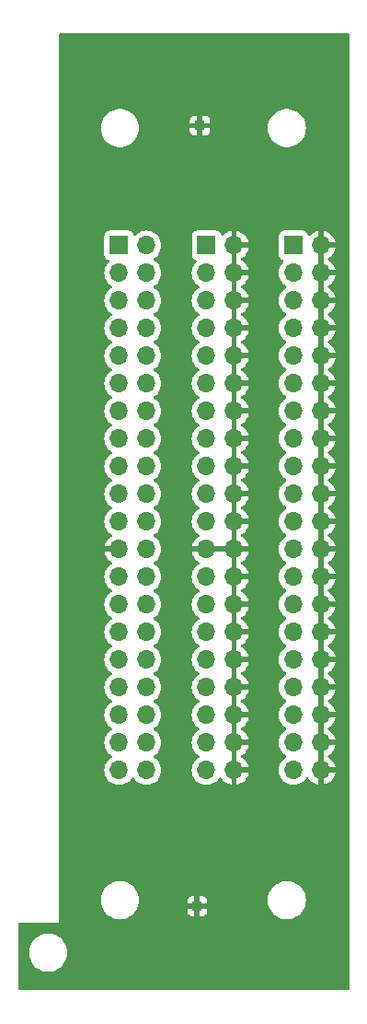
<source format=gbr>
%TF.GenerationSoftware,KiCad,Pcbnew,7.0.2-0*%
%TF.CreationDate,2023-10-04T23:28:18+02:00*%
%TF.ProjectId,Z80Pod2x40PinCable,5a383050-6f64-4327-9834-3050696e4361,rev?*%
%TF.SameCoordinates,Original*%
%TF.FileFunction,Copper,L2,Bot*%
%TF.FilePolarity,Positive*%
%FSLAX46Y46*%
G04 Gerber Fmt 4.6, Leading zero omitted, Abs format (unit mm)*
G04 Created by KiCad (PCBNEW 7.0.2-0) date 2023-10-04 23:28:18*
%MOMM*%
%LPD*%
G01*
G04 APERTURE LIST*
%TA.AperFunction,ComponentPad*%
%ADD10R,1.700000X1.700000*%
%TD*%
%TA.AperFunction,ComponentPad*%
%ADD11O,1.700000X1.700000*%
%TD*%
%TA.AperFunction,ComponentPad*%
%ADD12R,0.850000X0.850000*%
%TD*%
G04 APERTURE END LIST*
D10*
%TO.P,J2,1,Pin_1*%
%TO.N,UA10*%
X79350000Y-71500000D03*
D11*
%TO.P,J2,2,Pin_2*%
%TO.N,GND*%
X81890000Y-71500000D03*
%TO.P,J2,3,Pin_3*%
%TO.N,UA9*%
X79350000Y-74040000D03*
%TO.P,J2,4,Pin_4*%
%TO.N,GND*%
X81890000Y-74040000D03*
%TO.P,J2,5,Pin_5*%
%TO.N,UA8*%
X79350000Y-76580000D03*
%TO.P,J2,6,Pin_6*%
%TO.N,GND*%
X81890000Y-76580000D03*
%TO.P,J2,7,Pin_7*%
%TO.N,UA7*%
X79350000Y-79120000D03*
%TO.P,J2,8,Pin_8*%
%TO.N,GND*%
X81890000Y-79120000D03*
%TO.P,J2,9,Pin_9*%
%TO.N,UA6*%
X79350000Y-81660000D03*
%TO.P,J2,10,Pin_10*%
%TO.N,GND*%
X81890000Y-81660000D03*
%TO.P,J2,11,Pin_11*%
%TO.N,UA5*%
X79350000Y-84200000D03*
%TO.P,J2,12,Pin_12*%
%TO.N,GND*%
X81890000Y-84200000D03*
%TO.P,J2,13,Pin_13*%
%TO.N,UA4*%
X79350000Y-86740000D03*
%TO.P,J2,14,Pin_14*%
%TO.N,GND*%
X81890000Y-86740000D03*
%TO.P,J2,15,Pin_15*%
%TO.N,UA3*%
X79350000Y-89280000D03*
%TO.P,J2,16,Pin_16*%
%TO.N,GND*%
X81890000Y-89280000D03*
%TO.P,J2,17,Pin_17*%
%TO.N,UA2*%
X79350000Y-91820000D03*
%TO.P,J2,18,Pin_18*%
%TO.N,GND*%
X81890000Y-91820000D03*
%TO.P,J2,19,Pin_19*%
%TO.N,UA1*%
X79350000Y-94360000D03*
%TO.P,J2,20,Pin_20*%
%TO.N,GND*%
X81890000Y-94360000D03*
%TO.P,J2,21,Pin_21*%
%TO.N,UA0*%
X79350000Y-96900000D03*
%TO.P,J2,22,Pin_22*%
%TO.N,GND*%
X81890000Y-96900000D03*
%TO.P,J2,23,Pin_23*%
X79350000Y-99440000D03*
%TO.P,J2,24,Pin_24*%
X81890000Y-99440000D03*
%TO.P,J2,25,Pin_25*%
%TO.N,~{UFRSH}*%
X79350000Y-101980000D03*
%TO.P,J2,26,Pin_26*%
%TO.N,GND*%
X81890000Y-101980000D03*
%TO.P,J2,27,Pin_27*%
%TO.N,~{UM1}*%
X79350000Y-104520000D03*
%TO.P,J2,28,Pin_28*%
%TO.N,GND*%
X81890000Y-104520000D03*
%TO.P,J2,29,Pin_29*%
%TO.N,~{URESET}*%
X79350000Y-107060000D03*
%TO.P,J2,30,Pin_30*%
%TO.N,GND*%
X81890000Y-107060000D03*
%TO.P,J2,31,Pin_31*%
%TO.N,~{UBUSREQ}*%
X79350000Y-109600000D03*
%TO.P,J2,32,Pin_32*%
%TO.N,GND*%
X81890000Y-109600000D03*
%TO.P,J2,33,Pin_33*%
%TO.N,~{UWAIT}*%
X79350000Y-112140000D03*
%TO.P,J2,34,Pin_34*%
%TO.N,GND*%
X81890000Y-112140000D03*
%TO.P,J2,35,Pin_35*%
%TO.N,~{UBUSAQ}*%
X79350000Y-114680000D03*
%TO.P,J2,36,Pin_36*%
%TO.N,GND*%
X81890000Y-114680000D03*
%TO.P,J2,37,Pin_37*%
%TO.N,~{UWR}*%
X79350000Y-117220000D03*
%TO.P,J2,38,Pin_38*%
%TO.N,GND*%
X81890000Y-117220000D03*
%TO.P,J2,39,Pin_39*%
%TO.N,~{URD}*%
X79350000Y-119760000D03*
%TO.P,J2,40,Pin_40*%
%TO.N,GND*%
X81890000Y-119760000D03*
%TD*%
D12*
%TO.P,TP1,1,1*%
%TO.N,GND*%
X78750000Y-60500000D03*
%TD*%
D10*
%TO.P,J1,1,UA10*%
%TO.N,UA10*%
X71300000Y-71500000D03*
D11*
%TO.P,J1,2,UA11*%
%TO.N,UA11*%
X73840000Y-71500000D03*
%TO.P,J1,3,UA9*%
%TO.N,UA9*%
X71300000Y-74040000D03*
%TO.P,J1,4,UA12*%
%TO.N,UA12*%
X73840000Y-74040000D03*
%TO.P,J1,5,UA8*%
%TO.N,UA8*%
X71300000Y-76580000D03*
%TO.P,J1,6,UA13*%
%TO.N,UA13*%
X73840000Y-76580000D03*
%TO.P,J1,7,UA7*%
%TO.N,UA7*%
X71300000Y-79120000D03*
%TO.P,J1,8,UA14*%
%TO.N,UA14*%
X73840000Y-79120000D03*
%TO.P,J1,9,UA6*%
%TO.N,UA6*%
X71300000Y-81660000D03*
%TO.P,J1,10,UA15*%
%TO.N,UA15*%
X73840000Y-81660000D03*
%TO.P,J1,11,UA5*%
%TO.N,UA5*%
X71300000Y-84200000D03*
%TO.P,J1,12,UCLK*%
%TO.N,UCLK*%
X73840000Y-84200000D03*
%TO.P,J1,13,UA4*%
%TO.N,UA4*%
X71300000Y-86740000D03*
%TO.P,J1,14,UD4*%
%TO.N,UD4*%
X73840000Y-86740000D03*
%TO.P,J1,15,UA3*%
%TO.N,UA3*%
X71300000Y-89280000D03*
%TO.P,J1,16,UD3*%
%TO.N,UD3*%
X73840000Y-89280000D03*
%TO.P,J1,17,UA2*%
%TO.N,UA2*%
X71300000Y-91820000D03*
%TO.P,J1,18,UD5*%
%TO.N,UD5*%
X73840000Y-91820000D03*
%TO.P,J1,19,UA1*%
%TO.N,UA1*%
X71300000Y-94360000D03*
%TO.P,J1,20,UD6*%
%TO.N,UD6*%
X73840000Y-94360000D03*
%TO.P,J1,21,UA0*%
%TO.N,UA0*%
X71300000Y-96900000D03*
%TO.P,J1,22,U+5V*%
%TO.N,U+5V*%
X73840000Y-96900000D03*
%TO.P,J1,23,GND*%
%TO.N,GND*%
X71300000Y-99440000D03*
%TO.P,J1,24,UD2*%
%TO.N,UD2*%
X73840000Y-99440000D03*
%TO.P,J1,25,~{URFSH}*%
%TO.N,~{UFRSH}*%
X71300000Y-101980000D03*
%TO.P,J1,26,UD7*%
%TO.N,UD7*%
X73840000Y-101980000D03*
%TO.P,J1,27,~{UM1}*%
%TO.N,~{UM1}*%
X71300000Y-104520000D03*
%TO.P,J1,28,UD0*%
%TO.N,UD0*%
X73840000Y-104520000D03*
%TO.P,J1,29,~{URESET}*%
%TO.N,~{URESET}*%
X71300000Y-107060000D03*
%TO.P,J1,30,UD1*%
%TO.N,UD1*%
X73840000Y-107060000D03*
%TO.P,J1,31,~{UBUSREQ}*%
%TO.N,~{UBUSREQ}*%
X71300000Y-109600000D03*
%TO.P,J1,32,~{UINT}*%
%TO.N,~{UINT}*%
X73840000Y-109600000D03*
%TO.P,J1,33,~{UWAIT}*%
%TO.N,~{UWAIT}*%
X71300000Y-112140000D03*
%TO.P,J1,34,~{UNMI}*%
%TO.N,~{UNMI}*%
X73840000Y-112140000D03*
%TO.P,J1,35,~{UBUSAK}*%
%TO.N,~{UBUSAQ}*%
X71300000Y-114680000D03*
%TO.P,J1,36,~{UHALT}*%
%TO.N,~{UHALT}*%
X73840000Y-114680000D03*
%TO.P,J1,37,~{UWR}*%
%TO.N,~{UWR}*%
X71300000Y-117220000D03*
%TO.P,J1,38,~{UMREQ}*%
%TO.N,~{UMREQ}*%
X73840000Y-117220000D03*
%TO.P,J1,39,~{URD}*%
%TO.N,~{URD}*%
X71300000Y-119760000D03*
%TO.P,J1,40,~{UIORQ}*%
%TO.N,~{UIORQ}*%
X73840000Y-119760000D03*
%TD*%
D12*
%TO.P,TP2,1,1*%
%TO.N,GND*%
X78500000Y-132250000D03*
%TD*%
D10*
%TO.P,J3,1,Pin_1*%
%TO.N,UA11*%
X87350000Y-71500000D03*
D11*
%TO.P,J3,2,Pin_2*%
%TO.N,GND*%
X89890000Y-71500000D03*
%TO.P,J3,3,Pin_3*%
%TO.N,UA12*%
X87350000Y-74040000D03*
%TO.P,J3,4,Pin_4*%
%TO.N,GND*%
X89890000Y-74040000D03*
%TO.P,J3,5,Pin_5*%
%TO.N,UA13*%
X87350000Y-76580000D03*
%TO.P,J3,6,Pin_6*%
%TO.N,GND*%
X89890000Y-76580000D03*
%TO.P,J3,7,Pin_7*%
%TO.N,UA14*%
X87350000Y-79120000D03*
%TO.P,J3,8,Pin_8*%
%TO.N,GND*%
X89890000Y-79120000D03*
%TO.P,J3,9,Pin_9*%
%TO.N,UA15*%
X87350000Y-81660000D03*
%TO.P,J3,10,Pin_10*%
%TO.N,GND*%
X89890000Y-81660000D03*
%TO.P,J3,11,Pin_11*%
%TO.N,UCLK*%
X87350000Y-84200000D03*
%TO.P,J3,12,Pin_12*%
%TO.N,GND*%
X89890000Y-84200000D03*
%TO.P,J3,13,Pin_13*%
%TO.N,UD4*%
X87350000Y-86740000D03*
%TO.P,J3,14,Pin_14*%
%TO.N,GND*%
X89890000Y-86740000D03*
%TO.P,J3,15,Pin_15*%
%TO.N,UD3*%
X87350000Y-89280000D03*
%TO.P,J3,16,Pin_16*%
%TO.N,GND*%
X89890000Y-89280000D03*
%TO.P,J3,17,Pin_17*%
%TO.N,UD5*%
X87350000Y-91820000D03*
%TO.P,J3,18,Pin_18*%
%TO.N,GND*%
X89890000Y-91820000D03*
%TO.P,J3,19,Pin_19*%
%TO.N,UD6*%
X87350000Y-94360000D03*
%TO.P,J3,20,Pin_20*%
%TO.N,GND*%
X89890000Y-94360000D03*
%TO.P,J3,21,Pin_21*%
%TO.N,U+5V*%
X87350000Y-96900000D03*
%TO.P,J3,22,Pin_22*%
%TO.N,GND*%
X89890000Y-96900000D03*
%TO.P,J3,23,Pin_23*%
%TO.N,UD2*%
X87350000Y-99440000D03*
%TO.P,J3,24,Pin_24*%
%TO.N,GND*%
X89890000Y-99440000D03*
%TO.P,J3,25,Pin_25*%
%TO.N,UD7*%
X87350000Y-101980000D03*
%TO.P,J3,26,Pin_26*%
%TO.N,GND*%
X89890000Y-101980000D03*
%TO.P,J3,27,Pin_27*%
%TO.N,UD0*%
X87350000Y-104520000D03*
%TO.P,J3,28,Pin_28*%
%TO.N,GND*%
X89890000Y-104520000D03*
%TO.P,J3,29,Pin_29*%
%TO.N,UD1*%
X87350000Y-107060000D03*
%TO.P,J3,30,Pin_30*%
%TO.N,GND*%
X89890000Y-107060000D03*
%TO.P,J3,31,Pin_31*%
%TO.N,~{UINT}*%
X87350000Y-109600000D03*
%TO.P,J3,32,Pin_32*%
%TO.N,GND*%
X89890000Y-109600000D03*
%TO.P,J3,33,Pin_33*%
%TO.N,~{UNMI}*%
X87350000Y-112140000D03*
%TO.P,J3,34,Pin_34*%
%TO.N,GND*%
X89890000Y-112140000D03*
%TO.P,J3,35,Pin_35*%
%TO.N,~{UHALT}*%
X87350000Y-114680000D03*
%TO.P,J3,36,Pin_36*%
%TO.N,GND*%
X89890000Y-114680000D03*
%TO.P,J3,37,Pin_37*%
%TO.N,~{UMREQ}*%
X87350000Y-117220000D03*
%TO.P,J3,38,Pin_38*%
%TO.N,GND*%
X89890000Y-117220000D03*
%TO.P,J3,39,Pin_39*%
%TO.N,~{UIORQ}*%
X87350000Y-119760000D03*
%TO.P,J3,40,Pin_40*%
%TO.N,GND*%
X89890000Y-119760000D03*
%TD*%
%TA.AperFunction,Conductor*%
%TO.N,GND*%
G36*
X82139999Y-119324498D02*
G01*
X82032315Y-119275320D01*
X81925763Y-119260000D01*
X81854237Y-119260000D01*
X81747685Y-119275320D01*
X81640000Y-119324498D01*
X81640000Y-117655501D01*
X81747685Y-117704680D01*
X81854237Y-117720000D01*
X81925763Y-117720000D01*
X82032315Y-117704680D01*
X82139999Y-117655501D01*
X82139999Y-119324498D01*
G37*
%TD.AperFunction*%
%TA.AperFunction,Conductor*%
G36*
X82139999Y-116784498D02*
G01*
X82032315Y-116735320D01*
X81925763Y-116720000D01*
X81854237Y-116720000D01*
X81747685Y-116735320D01*
X81640000Y-116784498D01*
X81640000Y-115115501D01*
X81747685Y-115164680D01*
X81854237Y-115180000D01*
X81925763Y-115180000D01*
X82032315Y-115164680D01*
X82139999Y-115115501D01*
X82139999Y-116784498D01*
G37*
%TD.AperFunction*%
%TA.AperFunction,Conductor*%
G36*
X82139999Y-114244498D02*
G01*
X82032315Y-114195320D01*
X81925763Y-114180000D01*
X81854237Y-114180000D01*
X81747685Y-114195320D01*
X81640000Y-114244498D01*
X81640000Y-112575501D01*
X81747685Y-112624680D01*
X81854237Y-112640000D01*
X81925763Y-112640000D01*
X82032315Y-112624680D01*
X82139999Y-112575501D01*
X82139999Y-114244498D01*
G37*
%TD.AperFunction*%
%TA.AperFunction,Conductor*%
G36*
X82139999Y-111704498D02*
G01*
X82032315Y-111655320D01*
X81925763Y-111640000D01*
X81854237Y-111640000D01*
X81747685Y-111655320D01*
X81640000Y-111704498D01*
X81640000Y-110035501D01*
X81747685Y-110084680D01*
X81854237Y-110100000D01*
X81925763Y-110100000D01*
X82032315Y-110084680D01*
X82139999Y-110035501D01*
X82139999Y-111704498D01*
G37*
%TD.AperFunction*%
%TA.AperFunction,Conductor*%
G36*
X82139999Y-109164498D02*
G01*
X82032315Y-109115320D01*
X81925763Y-109100000D01*
X81854237Y-109100000D01*
X81747685Y-109115320D01*
X81640000Y-109164498D01*
X81640000Y-107495501D01*
X81747685Y-107544680D01*
X81854237Y-107560000D01*
X81925763Y-107560000D01*
X82032315Y-107544680D01*
X82139999Y-107495501D01*
X82139999Y-109164498D01*
G37*
%TD.AperFunction*%
%TA.AperFunction,Conductor*%
G36*
X82139999Y-106624498D02*
G01*
X82032315Y-106575320D01*
X81925763Y-106560000D01*
X81854237Y-106560000D01*
X81747685Y-106575320D01*
X81640000Y-106624498D01*
X81640000Y-104955501D01*
X81747685Y-105004680D01*
X81854237Y-105020000D01*
X81925763Y-105020000D01*
X82032315Y-105004680D01*
X82139999Y-104955501D01*
X82139999Y-106624498D01*
G37*
%TD.AperFunction*%
%TA.AperFunction,Conductor*%
G36*
X82139999Y-104084498D02*
G01*
X82032315Y-104035320D01*
X81925763Y-104020000D01*
X81854237Y-104020000D01*
X81747685Y-104035320D01*
X81640000Y-104084498D01*
X81640000Y-102415501D01*
X81747685Y-102464680D01*
X81854237Y-102480000D01*
X81925763Y-102480000D01*
X82032315Y-102464680D01*
X82139999Y-102415501D01*
X82139999Y-104084498D01*
G37*
%TD.AperFunction*%
%TA.AperFunction,Conductor*%
G36*
X82139999Y-101544498D02*
G01*
X82032315Y-101495320D01*
X81925763Y-101480000D01*
X81854237Y-101480000D01*
X81747685Y-101495320D01*
X81640000Y-101544498D01*
X81640000Y-99875501D01*
X81747685Y-99924680D01*
X81854237Y-99940000D01*
X81925763Y-99940000D01*
X82032315Y-99924680D01*
X82139999Y-99875501D01*
X82139999Y-101544498D01*
G37*
%TD.AperFunction*%
%TA.AperFunction,Conductor*%
G36*
X81430507Y-99230156D02*
G01*
X81390000Y-99368111D01*
X81390000Y-99511889D01*
X81430507Y-99649844D01*
X81456314Y-99690000D01*
X79783686Y-99690000D01*
X79809493Y-99649844D01*
X79850000Y-99511889D01*
X79850000Y-99368111D01*
X79809493Y-99230156D01*
X79783686Y-99190000D01*
X81456314Y-99190000D01*
X81430507Y-99230156D01*
G37*
%TD.AperFunction*%
%TA.AperFunction,Conductor*%
G36*
X82139999Y-99004498D02*
G01*
X82032315Y-98955320D01*
X81925763Y-98940000D01*
X81854237Y-98940000D01*
X81747685Y-98955320D01*
X81639999Y-99004498D01*
X81639999Y-97335501D01*
X81747685Y-97384680D01*
X81854237Y-97400000D01*
X81925763Y-97400000D01*
X82032315Y-97384680D01*
X82139999Y-97335501D01*
X82139999Y-99004498D01*
G37*
%TD.AperFunction*%
%TA.AperFunction,Conductor*%
G36*
X82139999Y-96464498D02*
G01*
X82032315Y-96415320D01*
X81925763Y-96400000D01*
X81854237Y-96400000D01*
X81747685Y-96415320D01*
X81639999Y-96464498D01*
X81639999Y-94795501D01*
X81747685Y-94844680D01*
X81854237Y-94860000D01*
X81925763Y-94860000D01*
X82032315Y-94844680D01*
X82139999Y-94795501D01*
X82139999Y-96464498D01*
G37*
%TD.AperFunction*%
%TA.AperFunction,Conductor*%
G36*
X82139999Y-93924498D02*
G01*
X82032315Y-93875320D01*
X81925763Y-93860000D01*
X81854237Y-93860000D01*
X81747685Y-93875320D01*
X81639999Y-93924498D01*
X81639999Y-92255501D01*
X81747685Y-92304680D01*
X81854237Y-92320000D01*
X81925763Y-92320000D01*
X82032315Y-92304680D01*
X82139999Y-92255501D01*
X82139999Y-93924498D01*
G37*
%TD.AperFunction*%
%TA.AperFunction,Conductor*%
G36*
X82139999Y-91384498D02*
G01*
X82032315Y-91335320D01*
X81925763Y-91320000D01*
X81854237Y-91320000D01*
X81747685Y-91335320D01*
X81639999Y-91384498D01*
X81639999Y-89715501D01*
X81747685Y-89764680D01*
X81854237Y-89780000D01*
X81925763Y-89780000D01*
X82032315Y-89764680D01*
X82139999Y-89715501D01*
X82139999Y-91384498D01*
G37*
%TD.AperFunction*%
%TA.AperFunction,Conductor*%
G36*
X82139999Y-88844498D02*
G01*
X82032315Y-88795320D01*
X81925763Y-88780000D01*
X81854237Y-88780000D01*
X81747685Y-88795320D01*
X81639999Y-88844498D01*
X81639999Y-87175501D01*
X81747685Y-87224680D01*
X81854237Y-87240000D01*
X81925763Y-87240000D01*
X82032315Y-87224680D01*
X82139999Y-87175501D01*
X82139999Y-88844498D01*
G37*
%TD.AperFunction*%
%TA.AperFunction,Conductor*%
G36*
X82139999Y-86304498D02*
G01*
X82032315Y-86255320D01*
X81925763Y-86240000D01*
X81854237Y-86240000D01*
X81747685Y-86255320D01*
X81639999Y-86304498D01*
X81639999Y-84635501D01*
X81747685Y-84684680D01*
X81854237Y-84700000D01*
X81925763Y-84700000D01*
X82032315Y-84684680D01*
X82139999Y-84635501D01*
X82139999Y-86304498D01*
G37*
%TD.AperFunction*%
%TA.AperFunction,Conductor*%
G36*
X82139999Y-83764498D02*
G01*
X82032315Y-83715320D01*
X81925763Y-83700000D01*
X81854237Y-83700000D01*
X81747685Y-83715320D01*
X81639999Y-83764498D01*
X81639999Y-82095501D01*
X81747685Y-82144680D01*
X81854237Y-82160000D01*
X81925763Y-82160000D01*
X82032315Y-82144680D01*
X82139999Y-82095501D01*
X82139999Y-83764498D01*
G37*
%TD.AperFunction*%
%TA.AperFunction,Conductor*%
G36*
X82139999Y-81224498D02*
G01*
X82032315Y-81175320D01*
X81925763Y-81160000D01*
X81854237Y-81160000D01*
X81747685Y-81175320D01*
X81639999Y-81224498D01*
X81639999Y-79555501D01*
X81747685Y-79604680D01*
X81854237Y-79620000D01*
X81925763Y-79620000D01*
X82032315Y-79604680D01*
X82139999Y-79555501D01*
X82139999Y-81224498D01*
G37*
%TD.AperFunction*%
%TA.AperFunction,Conductor*%
G36*
X82139999Y-78684498D02*
G01*
X82032315Y-78635320D01*
X81925763Y-78620000D01*
X81854237Y-78620000D01*
X81747685Y-78635320D01*
X81639999Y-78684498D01*
X81639999Y-77015501D01*
X81747685Y-77064680D01*
X81854237Y-77080000D01*
X81925763Y-77080000D01*
X82032315Y-77064680D01*
X82139999Y-77015501D01*
X82139999Y-78684498D01*
G37*
%TD.AperFunction*%
%TA.AperFunction,Conductor*%
G36*
X82139999Y-76144498D02*
G01*
X82032315Y-76095320D01*
X81925763Y-76080000D01*
X81854237Y-76080000D01*
X81747685Y-76095320D01*
X81639999Y-76144498D01*
X81639999Y-74475501D01*
X81747685Y-74524680D01*
X81854237Y-74540000D01*
X81925763Y-74540000D01*
X82032315Y-74524680D01*
X82139999Y-74475501D01*
X82139999Y-76144498D01*
G37*
%TD.AperFunction*%
%TA.AperFunction,Conductor*%
G36*
X82139999Y-73604498D02*
G01*
X82032315Y-73555320D01*
X81925763Y-73540000D01*
X81854237Y-73540000D01*
X81747685Y-73555320D01*
X81639999Y-73604498D01*
X81639999Y-71935501D01*
X81747685Y-71984680D01*
X81854237Y-72000000D01*
X81925763Y-72000000D01*
X82032315Y-71984680D01*
X82139999Y-71935501D01*
X82139999Y-73604498D01*
G37*
%TD.AperFunction*%
%TA.AperFunction,Conductor*%
G36*
X90139999Y-119324498D02*
G01*
X90032315Y-119275320D01*
X89925763Y-119260000D01*
X89854237Y-119260000D01*
X89747685Y-119275320D01*
X89640000Y-119324498D01*
X89640000Y-117655501D01*
X89747685Y-117704680D01*
X89854237Y-117720000D01*
X89925763Y-117720000D01*
X90032315Y-117704680D01*
X90139999Y-117655501D01*
X90139999Y-119324498D01*
G37*
%TD.AperFunction*%
%TA.AperFunction,Conductor*%
G36*
X90139999Y-116784498D02*
G01*
X90032315Y-116735320D01*
X89925763Y-116720000D01*
X89854237Y-116720000D01*
X89747685Y-116735320D01*
X89640000Y-116784498D01*
X89640000Y-115115501D01*
X89747685Y-115164680D01*
X89854237Y-115180000D01*
X89925763Y-115180000D01*
X90032315Y-115164680D01*
X90139999Y-115115501D01*
X90139999Y-116784498D01*
G37*
%TD.AperFunction*%
%TA.AperFunction,Conductor*%
G36*
X90139999Y-114244498D02*
G01*
X90032315Y-114195320D01*
X89925763Y-114180000D01*
X89854237Y-114180000D01*
X89747685Y-114195320D01*
X89640000Y-114244498D01*
X89640000Y-112575501D01*
X89747685Y-112624680D01*
X89854237Y-112640000D01*
X89925763Y-112640000D01*
X90032315Y-112624680D01*
X90139999Y-112575501D01*
X90139999Y-114244498D01*
G37*
%TD.AperFunction*%
%TA.AperFunction,Conductor*%
G36*
X90139999Y-111704498D02*
G01*
X90032315Y-111655320D01*
X89925763Y-111640000D01*
X89854237Y-111640000D01*
X89747685Y-111655320D01*
X89640000Y-111704498D01*
X89640000Y-110035501D01*
X89747685Y-110084680D01*
X89854237Y-110100000D01*
X89925763Y-110100000D01*
X90032315Y-110084680D01*
X90139999Y-110035501D01*
X90139999Y-111704498D01*
G37*
%TD.AperFunction*%
%TA.AperFunction,Conductor*%
G36*
X90139999Y-109164498D02*
G01*
X90032315Y-109115320D01*
X89925763Y-109100000D01*
X89854237Y-109100000D01*
X89747685Y-109115320D01*
X89640000Y-109164498D01*
X89640000Y-107495501D01*
X89747685Y-107544680D01*
X89854237Y-107560000D01*
X89925763Y-107560000D01*
X90032315Y-107544680D01*
X90139999Y-107495501D01*
X90139999Y-109164498D01*
G37*
%TD.AperFunction*%
%TA.AperFunction,Conductor*%
G36*
X90139999Y-106624498D02*
G01*
X90032315Y-106575320D01*
X89925763Y-106560000D01*
X89854237Y-106560000D01*
X89747685Y-106575320D01*
X89640000Y-106624498D01*
X89640000Y-104955501D01*
X89747685Y-105004680D01*
X89854237Y-105020000D01*
X89925763Y-105020000D01*
X90032315Y-105004680D01*
X90139999Y-104955501D01*
X90139999Y-106624498D01*
G37*
%TD.AperFunction*%
%TA.AperFunction,Conductor*%
G36*
X90139999Y-104084498D02*
G01*
X90032315Y-104035320D01*
X89925763Y-104020000D01*
X89854237Y-104020000D01*
X89747685Y-104035320D01*
X89640000Y-104084498D01*
X89640000Y-102415501D01*
X89747685Y-102464680D01*
X89854237Y-102480000D01*
X89925763Y-102480000D01*
X90032315Y-102464680D01*
X90139999Y-102415501D01*
X90139999Y-104084498D01*
G37*
%TD.AperFunction*%
%TA.AperFunction,Conductor*%
G36*
X90139999Y-101544498D02*
G01*
X90032315Y-101495320D01*
X89925763Y-101480000D01*
X89854237Y-101480000D01*
X89747685Y-101495320D01*
X89640000Y-101544498D01*
X89640000Y-99875501D01*
X89747685Y-99924680D01*
X89854237Y-99940000D01*
X89925763Y-99940000D01*
X90032315Y-99924680D01*
X90139999Y-99875501D01*
X90139999Y-101544498D01*
G37*
%TD.AperFunction*%
%TA.AperFunction,Conductor*%
G36*
X90139999Y-99004498D02*
G01*
X90032315Y-98955320D01*
X89925763Y-98940000D01*
X89854237Y-98940000D01*
X89747685Y-98955320D01*
X89640000Y-99004498D01*
X89640000Y-97335501D01*
X89747685Y-97384680D01*
X89854237Y-97400000D01*
X89925763Y-97400000D01*
X90032315Y-97384680D01*
X90139999Y-97335501D01*
X90139999Y-99004498D01*
G37*
%TD.AperFunction*%
%TA.AperFunction,Conductor*%
G36*
X90139999Y-96464498D02*
G01*
X90032315Y-96415320D01*
X89925763Y-96400000D01*
X89854237Y-96400000D01*
X89747685Y-96415320D01*
X89640000Y-96464498D01*
X89640000Y-94795501D01*
X89747685Y-94844680D01*
X89854237Y-94860000D01*
X89925763Y-94860000D01*
X90032315Y-94844680D01*
X90139999Y-94795501D01*
X90139999Y-96464498D01*
G37*
%TD.AperFunction*%
%TA.AperFunction,Conductor*%
G36*
X90139999Y-93924498D02*
G01*
X90032315Y-93875320D01*
X89925763Y-93860000D01*
X89854237Y-93860000D01*
X89747685Y-93875320D01*
X89640000Y-93924498D01*
X89640000Y-92255501D01*
X89747685Y-92304680D01*
X89854237Y-92320000D01*
X89925763Y-92320000D01*
X90032315Y-92304680D01*
X90139999Y-92255501D01*
X90139999Y-93924498D01*
G37*
%TD.AperFunction*%
%TA.AperFunction,Conductor*%
G36*
X90139999Y-91384498D02*
G01*
X90032315Y-91335320D01*
X89925763Y-91320000D01*
X89854237Y-91320000D01*
X89747685Y-91335320D01*
X89640000Y-91384498D01*
X89640000Y-89715501D01*
X89747685Y-89764680D01*
X89854237Y-89780000D01*
X89925763Y-89780000D01*
X90032315Y-89764680D01*
X90139999Y-89715501D01*
X90139999Y-91384498D01*
G37*
%TD.AperFunction*%
%TA.AperFunction,Conductor*%
G36*
X90139999Y-88844498D02*
G01*
X90032315Y-88795320D01*
X89925763Y-88780000D01*
X89854237Y-88780000D01*
X89747685Y-88795320D01*
X89640000Y-88844498D01*
X89640000Y-87175501D01*
X89747685Y-87224680D01*
X89854237Y-87240000D01*
X89925763Y-87240000D01*
X90032315Y-87224680D01*
X90139999Y-87175501D01*
X90139999Y-88844498D01*
G37*
%TD.AperFunction*%
%TA.AperFunction,Conductor*%
G36*
X90139999Y-86304498D02*
G01*
X90032315Y-86255320D01*
X89925763Y-86240000D01*
X89854237Y-86240000D01*
X89747685Y-86255320D01*
X89640000Y-86304498D01*
X89640000Y-84635501D01*
X89747685Y-84684680D01*
X89854237Y-84700000D01*
X89925763Y-84700000D01*
X90032315Y-84684680D01*
X90139999Y-84635501D01*
X90139999Y-86304498D01*
G37*
%TD.AperFunction*%
%TA.AperFunction,Conductor*%
G36*
X90139999Y-83764498D02*
G01*
X90032315Y-83715320D01*
X89925763Y-83700000D01*
X89854237Y-83700000D01*
X89747685Y-83715320D01*
X89640000Y-83764498D01*
X89640000Y-82095501D01*
X89747685Y-82144680D01*
X89854237Y-82160000D01*
X89925763Y-82160000D01*
X90032315Y-82144680D01*
X90139999Y-82095501D01*
X90139999Y-83764498D01*
G37*
%TD.AperFunction*%
%TA.AperFunction,Conductor*%
G36*
X90139999Y-81224498D02*
G01*
X90032315Y-81175320D01*
X89925763Y-81160000D01*
X89854237Y-81160000D01*
X89747685Y-81175320D01*
X89640000Y-81224498D01*
X89640000Y-79555501D01*
X89747685Y-79604680D01*
X89854237Y-79620000D01*
X89925763Y-79620000D01*
X90032315Y-79604680D01*
X90139999Y-79555501D01*
X90139999Y-81224498D01*
G37*
%TD.AperFunction*%
%TA.AperFunction,Conductor*%
G36*
X90139999Y-78684498D02*
G01*
X90032315Y-78635320D01*
X89925763Y-78620000D01*
X89854237Y-78620000D01*
X89747685Y-78635320D01*
X89640000Y-78684498D01*
X89640000Y-77015501D01*
X89747685Y-77064680D01*
X89854237Y-77080000D01*
X89925763Y-77080000D01*
X90032315Y-77064680D01*
X90139999Y-77015501D01*
X90139999Y-78684498D01*
G37*
%TD.AperFunction*%
%TA.AperFunction,Conductor*%
G36*
X90139999Y-76144498D02*
G01*
X90032315Y-76095320D01*
X89925763Y-76080000D01*
X89854237Y-76080000D01*
X89747685Y-76095320D01*
X89640000Y-76144498D01*
X89640000Y-74475501D01*
X89747685Y-74524680D01*
X89854237Y-74540000D01*
X89925763Y-74540000D01*
X90032315Y-74524680D01*
X90139999Y-74475501D01*
X90139999Y-76144498D01*
G37*
%TD.AperFunction*%
%TA.AperFunction,Conductor*%
G36*
X90139999Y-73604498D02*
G01*
X90032315Y-73555320D01*
X89925763Y-73540000D01*
X89854237Y-73540000D01*
X89747685Y-73555320D01*
X89640000Y-73604498D01*
X89640000Y-71935501D01*
X89747685Y-71984680D01*
X89854237Y-72000000D01*
X89925763Y-72000000D01*
X90032315Y-71984680D01*
X90139999Y-71935501D01*
X90139999Y-73604498D01*
G37*
%TD.AperFunction*%
%TA.AperFunction,Conductor*%
G36*
X92442539Y-52020185D02*
G01*
X92488294Y-52072989D01*
X92499500Y-52124500D01*
X92499500Y-139875500D01*
X92479815Y-139942539D01*
X92427011Y-139988294D01*
X92375500Y-139999500D01*
X62124500Y-139999500D01*
X62057461Y-139979815D01*
X62011706Y-139927011D01*
X62000500Y-139875500D01*
X62000500Y-136530500D01*
X63020591Y-136530500D01*
X63040197Y-136792127D01*
X63098580Y-137047918D01*
X63193426Y-137289580D01*
X63194432Y-137292143D01*
X63325614Y-137519357D01*
X63489195Y-137724481D01*
X63489197Y-137724483D01*
X63489198Y-137724484D01*
X63681514Y-137902928D01*
X63681520Y-137902932D01*
X63681521Y-137902933D01*
X63898296Y-138050728D01*
X64134677Y-138164563D01*
X64385385Y-138241896D01*
X64644818Y-138281000D01*
X64907182Y-138281000D01*
X65166615Y-138241896D01*
X65417323Y-138164563D01*
X65653704Y-138050728D01*
X65870479Y-137902933D01*
X65870482Y-137902929D01*
X65870485Y-137902928D01*
X65955792Y-137823773D01*
X66062805Y-137724481D01*
X66226386Y-137519357D01*
X66357568Y-137292143D01*
X66453420Y-137047916D01*
X66511802Y-136792130D01*
X66531408Y-136530500D01*
X66511802Y-136268870D01*
X66453420Y-136013084D01*
X66357568Y-135768857D01*
X66226386Y-135541643D01*
X66062805Y-135336519D01*
X66062801Y-135336515D01*
X65870485Y-135158071D01*
X65853170Y-135146266D01*
X65653704Y-135010272D01*
X65417323Y-134896437D01*
X65166615Y-134819104D01*
X64907182Y-134780000D01*
X64644818Y-134780000D01*
X64385385Y-134819104D01*
X64134677Y-134896437D01*
X63898296Y-135010272D01*
X63890791Y-135015389D01*
X63681514Y-135158071D01*
X63489198Y-135336515D01*
X63325613Y-135541643D01*
X63194431Y-135768858D01*
X63098580Y-136013081D01*
X63040197Y-136268872D01*
X63020591Y-136530500D01*
X62000500Y-136530500D01*
X62000500Y-133874500D01*
X62020185Y-133807461D01*
X62072989Y-133761706D01*
X62124500Y-133750500D01*
X65725240Y-133750500D01*
X65725383Y-133750528D01*
X65725384Y-133750524D01*
X65749997Y-133750539D01*
X65750000Y-133750541D01*
X65750383Y-133750383D01*
X65750500Y-133750099D01*
X65750541Y-133750000D01*
X65750540Y-133749997D01*
X65750583Y-133725889D01*
X65750500Y-133725467D01*
X65750500Y-131704499D01*
X69624591Y-131704499D01*
X69644197Y-131966127D01*
X69702580Y-132221918D01*
X69784341Y-132430240D01*
X69798432Y-132466143D01*
X69929614Y-132693357D01*
X70093195Y-132898481D01*
X70093197Y-132898483D01*
X70093198Y-132898484D01*
X70285514Y-133076928D01*
X70285520Y-133076932D01*
X70285521Y-133076933D01*
X70502296Y-133224728D01*
X70738677Y-133338563D01*
X70989385Y-133415896D01*
X71248818Y-133455000D01*
X71511182Y-133455000D01*
X71770615Y-133415896D01*
X72021323Y-133338563D01*
X72257704Y-133224728D01*
X72474479Y-133076933D01*
X72474482Y-133076929D01*
X72474485Y-133076928D01*
X72646750Y-132917089D01*
X72666805Y-132898481D01*
X72830386Y-132693357D01*
X72942021Y-132500000D01*
X77575000Y-132500000D01*
X77575000Y-132719518D01*
X77575354Y-132726132D01*
X77581400Y-132782371D01*
X77631647Y-132917089D01*
X77717811Y-133032188D01*
X77832910Y-133118352D01*
X77967628Y-133168599D01*
X78023867Y-133174645D01*
X78030482Y-133175000D01*
X78250000Y-133175000D01*
X78250000Y-132500000D01*
X77575000Y-132500000D01*
X72942021Y-132500000D01*
X72961568Y-132466143D01*
X73046398Y-132250000D01*
X78245102Y-132250000D01*
X78264505Y-132347545D01*
X78319760Y-132430240D01*
X78402455Y-132485495D01*
X78475376Y-132500000D01*
X78524624Y-132500000D01*
X78750000Y-132500000D01*
X78750000Y-133175000D01*
X78969518Y-133175000D01*
X78976132Y-133174645D01*
X79032371Y-133168599D01*
X79167089Y-133118352D01*
X79282188Y-133032188D01*
X79368352Y-132917089D01*
X79418599Y-132782371D01*
X79424645Y-132726132D01*
X79425000Y-132719518D01*
X79425000Y-132500000D01*
X78750000Y-132500000D01*
X78524624Y-132500000D01*
X78597545Y-132485495D01*
X78680240Y-132430240D01*
X78735495Y-132347545D01*
X78754898Y-132250000D01*
X78735495Y-132152455D01*
X78680240Y-132069760D01*
X78597545Y-132014505D01*
X78524624Y-132000000D01*
X78475376Y-132000000D01*
X78402455Y-132014505D01*
X78319760Y-132069760D01*
X78264505Y-132152455D01*
X78245102Y-132250000D01*
X73046398Y-132250000D01*
X73057420Y-132221916D01*
X73108071Y-132000000D01*
X77575000Y-132000000D01*
X78250000Y-132000000D01*
X78250000Y-131325000D01*
X78750000Y-131325000D01*
X78750000Y-132000000D01*
X79425000Y-132000000D01*
X79425000Y-131780481D01*
X79424645Y-131773867D01*
X79418599Y-131717628D01*
X79413702Y-131704499D01*
X84994591Y-131704499D01*
X85014197Y-131966127D01*
X85072580Y-132221918D01*
X85154341Y-132430240D01*
X85168432Y-132466143D01*
X85299614Y-132693357D01*
X85463195Y-132898481D01*
X85463197Y-132898483D01*
X85463198Y-132898484D01*
X85655514Y-133076928D01*
X85655520Y-133076932D01*
X85655521Y-133076933D01*
X85872296Y-133224728D01*
X86108677Y-133338563D01*
X86359385Y-133415896D01*
X86618818Y-133455000D01*
X86881182Y-133455000D01*
X87140615Y-133415896D01*
X87391323Y-133338563D01*
X87627704Y-133224728D01*
X87844479Y-133076933D01*
X87844482Y-133076929D01*
X87844485Y-133076928D01*
X88016750Y-132917089D01*
X88036805Y-132898481D01*
X88200386Y-132693357D01*
X88331568Y-132466143D01*
X88427420Y-132221916D01*
X88485802Y-131966130D01*
X88505408Y-131704500D01*
X88485802Y-131442870D01*
X88427420Y-131187084D01*
X88331568Y-130942857D01*
X88200386Y-130715643D01*
X88036805Y-130510519D01*
X88036801Y-130510515D01*
X87844485Y-130332071D01*
X87827170Y-130320266D01*
X87627704Y-130184272D01*
X87391323Y-130070437D01*
X87140615Y-129993104D01*
X86881182Y-129954000D01*
X86618818Y-129954000D01*
X86359385Y-129993104D01*
X86108677Y-130070437D01*
X85872296Y-130184272D01*
X85864791Y-130189389D01*
X85655514Y-130332071D01*
X85463198Y-130510515D01*
X85299613Y-130715643D01*
X85168431Y-130942858D01*
X85072580Y-131187081D01*
X85014197Y-131442872D01*
X84994591Y-131704499D01*
X79413702Y-131704499D01*
X79368352Y-131582910D01*
X79282188Y-131467811D01*
X79167089Y-131381647D01*
X79032371Y-131331400D01*
X78976132Y-131325354D01*
X78969518Y-131325000D01*
X78750000Y-131325000D01*
X78250000Y-131325000D01*
X78030482Y-131325000D01*
X78023867Y-131325354D01*
X77967628Y-131331400D01*
X77832910Y-131381647D01*
X77717811Y-131467811D01*
X77631647Y-131582910D01*
X77581400Y-131717628D01*
X77575354Y-131773867D01*
X77575000Y-131780481D01*
X77575000Y-132000000D01*
X73108071Y-132000000D01*
X73115802Y-131966130D01*
X73135408Y-131704500D01*
X73115802Y-131442870D01*
X73057420Y-131187084D01*
X72961568Y-130942857D01*
X72830386Y-130715643D01*
X72666805Y-130510519D01*
X72666801Y-130510515D01*
X72474485Y-130332071D01*
X72457170Y-130320266D01*
X72257704Y-130184272D01*
X72021323Y-130070437D01*
X71770615Y-129993104D01*
X71511182Y-129954000D01*
X71248818Y-129954000D01*
X70989385Y-129993104D01*
X70738677Y-130070437D01*
X70502296Y-130184272D01*
X70494791Y-130189389D01*
X70285514Y-130332071D01*
X70093198Y-130510515D01*
X69929613Y-130715643D01*
X69798431Y-130942858D01*
X69702580Y-131187081D01*
X69644197Y-131442872D01*
X69624591Y-131704499D01*
X65750500Y-131704499D01*
X65750500Y-119760000D01*
X69944340Y-119760000D01*
X69964936Y-119995407D01*
X69990496Y-120090798D01*
X70026097Y-120223663D01*
X70125965Y-120437830D01*
X70261505Y-120631401D01*
X70428599Y-120798495D01*
X70622170Y-120934035D01*
X70836337Y-121033903D01*
X71048059Y-121090633D01*
X71064592Y-121095063D01*
X71299999Y-121115659D01*
X71299999Y-121115658D01*
X71300000Y-121115659D01*
X71535408Y-121095063D01*
X71763663Y-121033903D01*
X71977830Y-120934035D01*
X72171401Y-120798495D01*
X72338495Y-120631401D01*
X72468426Y-120445839D01*
X72523002Y-120402216D01*
X72592500Y-120395022D01*
X72654855Y-120426545D01*
X72671571Y-120445837D01*
X72801505Y-120631401D01*
X72968599Y-120798495D01*
X73162170Y-120934035D01*
X73376337Y-121033903D01*
X73604592Y-121095063D01*
X73840000Y-121115659D01*
X74075408Y-121095063D01*
X74303663Y-121033903D01*
X74517830Y-120934035D01*
X74711401Y-120798495D01*
X74878495Y-120631401D01*
X75014035Y-120437830D01*
X75113903Y-120223663D01*
X75175063Y-119995408D01*
X75195659Y-119760000D01*
X75195659Y-119759999D01*
X77994340Y-119759999D01*
X78014936Y-119995407D01*
X78040496Y-120090798D01*
X78076097Y-120223663D01*
X78175965Y-120437830D01*
X78311505Y-120631401D01*
X78478599Y-120798495D01*
X78672170Y-120934035D01*
X78886337Y-121033903D01*
X79098059Y-121090633D01*
X79114592Y-121095063D01*
X79349999Y-121115659D01*
X79349999Y-121115658D01*
X79350000Y-121115659D01*
X79585408Y-121095063D01*
X79813663Y-121033903D01*
X80027830Y-120934035D01*
X80221401Y-120798495D01*
X80388495Y-120631401D01*
X80518732Y-120445403D01*
X80573307Y-120401780D01*
X80642805Y-120394586D01*
X80705160Y-120426109D01*
X80721880Y-120445404D01*
X80851893Y-120631081D01*
X81018918Y-120798106D01*
X81212423Y-120933600D01*
X81426509Y-121033430D01*
X81640000Y-121090634D01*
X81640000Y-120195501D01*
X81747685Y-120244680D01*
X81854237Y-120260000D01*
X81925763Y-120260000D01*
X82032315Y-120244680D01*
X82140000Y-120195501D01*
X82140000Y-121090633D01*
X82353490Y-121033430D01*
X82567576Y-120933600D01*
X82761081Y-120798106D01*
X82928106Y-120631081D01*
X83063600Y-120437576D01*
X83163430Y-120223492D01*
X83220636Y-120010000D01*
X82323686Y-120010000D01*
X82349493Y-119969844D01*
X82390000Y-119831889D01*
X82390000Y-119759999D01*
X85994340Y-119759999D01*
X86014936Y-119995407D01*
X86040496Y-120090798D01*
X86076097Y-120223663D01*
X86175965Y-120437830D01*
X86311505Y-120631401D01*
X86478599Y-120798495D01*
X86672170Y-120934035D01*
X86886337Y-121033903D01*
X87098059Y-121090633D01*
X87114592Y-121095063D01*
X87349999Y-121115659D01*
X87349999Y-121115658D01*
X87350000Y-121115659D01*
X87585408Y-121095063D01*
X87813663Y-121033903D01*
X88027830Y-120934035D01*
X88221401Y-120798495D01*
X88388495Y-120631401D01*
X88518732Y-120445403D01*
X88573307Y-120401780D01*
X88642805Y-120394586D01*
X88705160Y-120426109D01*
X88721880Y-120445404D01*
X88851893Y-120631081D01*
X89018918Y-120798106D01*
X89212423Y-120933600D01*
X89426509Y-121033430D01*
X89640000Y-121090634D01*
X89640000Y-120195501D01*
X89747685Y-120244680D01*
X89854237Y-120260000D01*
X89925763Y-120260000D01*
X90032315Y-120244680D01*
X90140000Y-120195501D01*
X90140000Y-121090633D01*
X90353490Y-121033430D01*
X90567576Y-120933600D01*
X90761081Y-120798106D01*
X90928106Y-120631081D01*
X91063600Y-120437576D01*
X91163430Y-120223492D01*
X91220636Y-120010000D01*
X90323686Y-120010000D01*
X90349493Y-119969844D01*
X90390000Y-119831889D01*
X90390000Y-119688111D01*
X90349493Y-119550156D01*
X90323686Y-119510000D01*
X91220636Y-119510000D01*
X91220635Y-119509999D01*
X91163430Y-119296507D01*
X91063599Y-119082421D01*
X90928109Y-118888921D01*
X90761081Y-118721893D01*
X90574968Y-118591575D01*
X90531344Y-118536998D01*
X90524151Y-118467499D01*
X90555673Y-118405145D01*
X90574968Y-118388425D01*
X90761081Y-118258106D01*
X90928106Y-118091081D01*
X91063600Y-117897576D01*
X91163430Y-117683492D01*
X91220636Y-117470000D01*
X90323686Y-117470000D01*
X90349493Y-117429844D01*
X90390000Y-117291889D01*
X90390000Y-117148111D01*
X90349493Y-117010156D01*
X90323686Y-116970000D01*
X91220636Y-116970000D01*
X91220635Y-116969999D01*
X91163430Y-116756507D01*
X91063599Y-116542421D01*
X90928109Y-116348921D01*
X90761081Y-116181893D01*
X90574968Y-116051575D01*
X90531344Y-115996998D01*
X90524151Y-115927499D01*
X90555673Y-115865145D01*
X90574968Y-115848425D01*
X90761081Y-115718106D01*
X90928106Y-115551081D01*
X91063600Y-115357576D01*
X91163430Y-115143492D01*
X91220636Y-114930000D01*
X90323686Y-114930000D01*
X90349493Y-114889844D01*
X90390000Y-114751889D01*
X90390000Y-114608111D01*
X90349493Y-114470156D01*
X90323686Y-114430000D01*
X91220636Y-114430000D01*
X91220635Y-114429999D01*
X91163430Y-114216507D01*
X91063599Y-114002421D01*
X90928109Y-113808921D01*
X90761081Y-113641893D01*
X90574968Y-113511575D01*
X90531344Y-113456998D01*
X90524151Y-113387499D01*
X90555673Y-113325145D01*
X90574968Y-113308425D01*
X90761081Y-113178106D01*
X90928106Y-113011081D01*
X91063600Y-112817576D01*
X91163430Y-112603492D01*
X91220636Y-112390000D01*
X90323686Y-112390000D01*
X90349493Y-112349844D01*
X90390000Y-112211889D01*
X90390000Y-112068111D01*
X90349493Y-111930156D01*
X90323686Y-111890000D01*
X91220636Y-111890000D01*
X91220635Y-111889999D01*
X91163430Y-111676507D01*
X91063599Y-111462421D01*
X90928109Y-111268921D01*
X90761081Y-111101893D01*
X90574968Y-110971575D01*
X90531344Y-110916998D01*
X90524151Y-110847499D01*
X90555673Y-110785145D01*
X90574968Y-110768425D01*
X90761081Y-110638106D01*
X90928106Y-110471081D01*
X91063600Y-110277576D01*
X91163430Y-110063492D01*
X91220636Y-109850000D01*
X90323686Y-109850000D01*
X90349493Y-109809844D01*
X90390000Y-109671889D01*
X90390000Y-109528111D01*
X90349493Y-109390156D01*
X90323686Y-109350000D01*
X91220636Y-109350000D01*
X91220635Y-109349999D01*
X91163430Y-109136507D01*
X91063599Y-108922421D01*
X90928109Y-108728921D01*
X90761081Y-108561893D01*
X90574968Y-108431575D01*
X90531344Y-108376998D01*
X90524151Y-108307499D01*
X90555673Y-108245145D01*
X90574968Y-108228425D01*
X90761081Y-108098106D01*
X90928106Y-107931081D01*
X91063600Y-107737576D01*
X91163430Y-107523492D01*
X91220636Y-107310000D01*
X90323686Y-107310000D01*
X90349493Y-107269844D01*
X90390000Y-107131889D01*
X90390000Y-106988111D01*
X90349493Y-106850156D01*
X90323686Y-106810000D01*
X91220636Y-106810000D01*
X91220635Y-106809999D01*
X91163430Y-106596507D01*
X91063599Y-106382421D01*
X90928109Y-106188921D01*
X90761081Y-106021893D01*
X90574968Y-105891575D01*
X90531344Y-105836998D01*
X90524151Y-105767499D01*
X90555673Y-105705145D01*
X90574968Y-105688425D01*
X90761081Y-105558106D01*
X90928106Y-105391081D01*
X91063600Y-105197576D01*
X91163430Y-104983492D01*
X91220636Y-104770000D01*
X90323686Y-104770000D01*
X90349493Y-104729844D01*
X90390000Y-104591889D01*
X90390000Y-104448111D01*
X90349493Y-104310156D01*
X90323686Y-104270000D01*
X91220636Y-104270000D01*
X91220635Y-104269999D01*
X91163430Y-104056507D01*
X91063599Y-103842421D01*
X90928109Y-103648921D01*
X90761081Y-103481893D01*
X90574968Y-103351575D01*
X90531344Y-103296998D01*
X90524151Y-103227499D01*
X90555673Y-103165145D01*
X90574968Y-103148425D01*
X90761081Y-103018106D01*
X90928106Y-102851081D01*
X91063600Y-102657576D01*
X91163430Y-102443492D01*
X91220636Y-102230000D01*
X90323686Y-102230000D01*
X90349493Y-102189844D01*
X90390000Y-102051889D01*
X90390000Y-101908111D01*
X90349493Y-101770156D01*
X90323686Y-101730000D01*
X91220636Y-101730000D01*
X91220635Y-101729999D01*
X91163430Y-101516507D01*
X91063599Y-101302421D01*
X90928109Y-101108921D01*
X90761081Y-100941893D01*
X90574968Y-100811575D01*
X90531344Y-100756998D01*
X90524151Y-100687499D01*
X90555673Y-100625145D01*
X90574968Y-100608425D01*
X90761081Y-100478106D01*
X90928106Y-100311081D01*
X91063600Y-100117576D01*
X91163430Y-99903492D01*
X91220636Y-99690000D01*
X90323686Y-99690000D01*
X90349493Y-99649844D01*
X90390000Y-99511889D01*
X90390000Y-99368111D01*
X90349493Y-99230156D01*
X90323686Y-99190000D01*
X91220636Y-99190000D01*
X91220635Y-99189999D01*
X91163430Y-98976507D01*
X91063599Y-98762421D01*
X90928109Y-98568921D01*
X90761081Y-98401893D01*
X90574968Y-98271575D01*
X90531344Y-98216998D01*
X90524151Y-98147499D01*
X90555673Y-98085145D01*
X90574968Y-98068425D01*
X90761081Y-97938106D01*
X90928106Y-97771081D01*
X91063600Y-97577576D01*
X91163430Y-97363492D01*
X91220636Y-97150000D01*
X90323686Y-97150000D01*
X90349493Y-97109844D01*
X90390000Y-96971889D01*
X90390000Y-96828111D01*
X90349493Y-96690156D01*
X90323686Y-96650000D01*
X91220636Y-96650000D01*
X91220635Y-96649999D01*
X91163430Y-96436507D01*
X91063599Y-96222421D01*
X90928109Y-96028921D01*
X90761081Y-95861893D01*
X90574968Y-95731575D01*
X90531344Y-95676998D01*
X90524151Y-95607499D01*
X90555673Y-95545145D01*
X90574968Y-95528425D01*
X90761081Y-95398106D01*
X90928106Y-95231081D01*
X91063600Y-95037576D01*
X91163430Y-94823492D01*
X91220636Y-94610000D01*
X90323686Y-94610000D01*
X90349493Y-94569844D01*
X90390000Y-94431889D01*
X90390000Y-94288111D01*
X90349493Y-94150156D01*
X90323686Y-94110000D01*
X91220636Y-94110000D01*
X91220635Y-94109999D01*
X91163430Y-93896507D01*
X91063599Y-93682421D01*
X90928109Y-93488921D01*
X90761081Y-93321893D01*
X90574968Y-93191575D01*
X90531344Y-93136998D01*
X90524151Y-93067499D01*
X90555673Y-93005145D01*
X90574968Y-92988425D01*
X90761081Y-92858106D01*
X90928106Y-92691081D01*
X91063600Y-92497576D01*
X91163430Y-92283492D01*
X91220636Y-92070000D01*
X90323686Y-92070000D01*
X90349493Y-92029844D01*
X90390000Y-91891889D01*
X90390000Y-91748111D01*
X90349493Y-91610156D01*
X90323686Y-91570000D01*
X91220636Y-91570000D01*
X91220635Y-91569999D01*
X91163430Y-91356507D01*
X91063599Y-91142421D01*
X90928109Y-90948921D01*
X90761081Y-90781893D01*
X90574968Y-90651575D01*
X90531344Y-90596998D01*
X90524151Y-90527499D01*
X90555673Y-90465145D01*
X90574968Y-90448425D01*
X90761081Y-90318106D01*
X90928106Y-90151081D01*
X91063600Y-89957576D01*
X91163430Y-89743492D01*
X91220636Y-89530000D01*
X90323686Y-89530000D01*
X90349493Y-89489844D01*
X90390000Y-89351889D01*
X90390000Y-89208111D01*
X90349493Y-89070156D01*
X90323686Y-89030000D01*
X91220636Y-89030000D01*
X91220635Y-89029999D01*
X91163430Y-88816507D01*
X91063599Y-88602421D01*
X90928109Y-88408921D01*
X90761081Y-88241893D01*
X90574968Y-88111575D01*
X90531344Y-88056998D01*
X90524151Y-87987499D01*
X90555673Y-87925145D01*
X90574968Y-87908425D01*
X90761081Y-87778106D01*
X90928106Y-87611081D01*
X91063600Y-87417576D01*
X91163430Y-87203492D01*
X91220636Y-86990000D01*
X90323686Y-86990000D01*
X90349493Y-86949844D01*
X90390000Y-86811889D01*
X90390000Y-86668111D01*
X90349493Y-86530156D01*
X90323686Y-86490000D01*
X91220636Y-86490000D01*
X91220635Y-86489999D01*
X91163430Y-86276507D01*
X91063599Y-86062421D01*
X90928109Y-85868921D01*
X90761081Y-85701893D01*
X90574968Y-85571575D01*
X90531344Y-85516998D01*
X90524151Y-85447499D01*
X90555673Y-85385145D01*
X90574968Y-85368425D01*
X90761081Y-85238106D01*
X90928106Y-85071081D01*
X91063600Y-84877576D01*
X91163430Y-84663492D01*
X91220636Y-84450000D01*
X90323686Y-84450000D01*
X90349493Y-84409844D01*
X90390000Y-84271889D01*
X90390000Y-84128111D01*
X90349493Y-83990156D01*
X90323686Y-83950000D01*
X91220636Y-83950000D01*
X91220635Y-83949999D01*
X91163430Y-83736507D01*
X91063599Y-83522421D01*
X90928109Y-83328921D01*
X90761080Y-83161892D01*
X90574968Y-83031574D01*
X90531343Y-82976996D01*
X90524151Y-82907498D01*
X90555673Y-82845143D01*
X90574969Y-82828424D01*
X90761078Y-82698109D01*
X90928106Y-82531081D01*
X91063600Y-82337576D01*
X91163430Y-82123492D01*
X91220636Y-81910000D01*
X90323686Y-81910000D01*
X90349493Y-81869844D01*
X90390000Y-81731889D01*
X90390000Y-81588111D01*
X90349493Y-81450156D01*
X90323686Y-81410000D01*
X91220636Y-81410000D01*
X91220635Y-81409999D01*
X91163430Y-81196507D01*
X91063599Y-80982421D01*
X90928109Y-80788921D01*
X90761081Y-80621893D01*
X90574968Y-80491575D01*
X90531344Y-80436998D01*
X90524151Y-80367499D01*
X90555673Y-80305145D01*
X90574968Y-80288425D01*
X90761081Y-80158106D01*
X90928106Y-79991081D01*
X91063600Y-79797576D01*
X91163430Y-79583492D01*
X91220636Y-79370000D01*
X90323686Y-79370000D01*
X90349493Y-79329844D01*
X90390000Y-79191889D01*
X90390000Y-79048111D01*
X90349493Y-78910156D01*
X90323686Y-78870000D01*
X91220636Y-78870000D01*
X91220635Y-78869999D01*
X91163430Y-78656507D01*
X91063599Y-78442421D01*
X90928109Y-78248921D01*
X90761081Y-78081893D01*
X90574968Y-77951575D01*
X90531344Y-77896998D01*
X90524151Y-77827499D01*
X90555673Y-77765145D01*
X90574968Y-77748425D01*
X90761081Y-77618106D01*
X90928106Y-77451081D01*
X91063600Y-77257576D01*
X91163430Y-77043492D01*
X91220636Y-76830000D01*
X90323686Y-76830000D01*
X90349493Y-76789844D01*
X90390000Y-76651889D01*
X90390000Y-76508111D01*
X90349493Y-76370156D01*
X90323686Y-76330000D01*
X91220636Y-76330000D01*
X91220635Y-76329999D01*
X91163430Y-76116507D01*
X91063599Y-75902421D01*
X90928109Y-75708921D01*
X90761081Y-75541893D01*
X90574968Y-75411575D01*
X90531344Y-75356998D01*
X90524151Y-75287499D01*
X90555673Y-75225145D01*
X90574968Y-75208425D01*
X90761081Y-75078106D01*
X90928106Y-74911081D01*
X91063600Y-74717576D01*
X91163430Y-74503492D01*
X91220636Y-74290000D01*
X90323686Y-74290000D01*
X90349493Y-74249844D01*
X90390000Y-74111889D01*
X90390000Y-73968111D01*
X90349493Y-73830156D01*
X90323686Y-73790000D01*
X91220636Y-73790000D01*
X91220635Y-73789999D01*
X91163430Y-73576507D01*
X91063599Y-73362421D01*
X90928109Y-73168921D01*
X90761081Y-73001893D01*
X90574968Y-72871575D01*
X90531344Y-72816998D01*
X90524151Y-72747499D01*
X90555673Y-72685145D01*
X90574968Y-72668425D01*
X90761081Y-72538106D01*
X90928106Y-72371081D01*
X91063600Y-72177576D01*
X91163430Y-71963492D01*
X91220636Y-71750000D01*
X90323686Y-71750000D01*
X90349493Y-71709844D01*
X90390000Y-71571889D01*
X90390000Y-71428111D01*
X90349493Y-71290156D01*
X90323686Y-71250000D01*
X91220636Y-71250000D01*
X91220635Y-71249999D01*
X91163430Y-71036507D01*
X91063599Y-70822421D01*
X90928109Y-70628921D01*
X90761081Y-70461893D01*
X90567576Y-70326399D01*
X90353492Y-70226569D01*
X90140000Y-70169364D01*
X90140000Y-71064498D01*
X90032315Y-71015320D01*
X89925763Y-71000000D01*
X89854237Y-71000000D01*
X89747685Y-71015320D01*
X89640000Y-71064498D01*
X89640000Y-70169364D01*
X89639999Y-70169364D01*
X89426507Y-70226569D01*
X89212421Y-70326400D01*
X89018924Y-70461888D01*
X88896865Y-70583947D01*
X88835542Y-70617431D01*
X88765850Y-70612447D01*
X88709917Y-70570575D01*
X88693002Y-70539598D01*
X88664018Y-70461888D01*
X88643796Y-70407669D01*
X88557546Y-70292454D01*
X88442331Y-70206204D01*
X88307483Y-70155909D01*
X88247873Y-70149500D01*
X88244550Y-70149500D01*
X86455439Y-70149500D01*
X86455420Y-70149500D01*
X86452128Y-70149501D01*
X86448848Y-70149853D01*
X86448840Y-70149854D01*
X86392515Y-70155909D01*
X86257669Y-70206204D01*
X86142454Y-70292454D01*
X86056204Y-70407668D01*
X86005909Y-70542516D01*
X86001455Y-70583947D01*
X85999500Y-70602127D01*
X85999500Y-70605448D01*
X85999500Y-70605449D01*
X85999500Y-72394560D01*
X85999500Y-72394578D01*
X85999501Y-72397872D01*
X85999853Y-72401152D01*
X85999854Y-72401159D01*
X86005909Y-72457484D01*
X86031056Y-72524907D01*
X86056204Y-72592331D01*
X86142454Y-72707546D01*
X86257669Y-72793796D01*
X86369907Y-72835658D01*
X86389082Y-72842810D01*
X86445016Y-72884681D01*
X86469433Y-72950146D01*
X86454581Y-73018419D01*
X86433431Y-73046673D01*
X86311503Y-73168601D01*
X86175965Y-73362170D01*
X86076097Y-73576336D01*
X86014936Y-73804592D01*
X85994340Y-74040000D01*
X86014936Y-74275407D01*
X86040496Y-74370798D01*
X86076097Y-74503663D01*
X86175965Y-74717830D01*
X86311505Y-74911401D01*
X86478599Y-75078495D01*
X86664160Y-75208426D01*
X86707783Y-75263002D01*
X86714976Y-75332501D01*
X86683454Y-75394855D01*
X86664159Y-75411575D01*
X86478595Y-75541508D01*
X86311505Y-75708598D01*
X86175965Y-75902170D01*
X86076097Y-76116336D01*
X86014936Y-76344592D01*
X85994340Y-76580000D01*
X86014936Y-76815407D01*
X86040496Y-76910798D01*
X86076097Y-77043663D01*
X86175965Y-77257830D01*
X86311505Y-77451401D01*
X86478599Y-77618495D01*
X86664160Y-77748426D01*
X86707783Y-77803002D01*
X86714976Y-77872501D01*
X86683454Y-77934855D01*
X86664159Y-77951575D01*
X86478595Y-78081508D01*
X86311505Y-78248598D01*
X86175965Y-78442170D01*
X86076097Y-78656336D01*
X86014936Y-78884592D01*
X85994340Y-79119999D01*
X86014936Y-79355407D01*
X86040496Y-79450798D01*
X86076097Y-79583663D01*
X86175965Y-79797830D01*
X86311505Y-79991401D01*
X86478599Y-80158495D01*
X86664160Y-80288426D01*
X86707783Y-80343002D01*
X86714976Y-80412501D01*
X86683454Y-80474855D01*
X86664159Y-80491575D01*
X86478595Y-80621508D01*
X86311505Y-80788598D01*
X86175965Y-80982170D01*
X86076097Y-81196336D01*
X86014936Y-81424592D01*
X85994340Y-81660000D01*
X86014936Y-81895407D01*
X86040496Y-81990798D01*
X86076097Y-82123663D01*
X86175965Y-82337830D01*
X86311505Y-82531401D01*
X86478599Y-82698495D01*
X86664160Y-82828426D01*
X86707783Y-82883002D01*
X86714976Y-82952501D01*
X86683454Y-83014855D01*
X86664159Y-83031575D01*
X86478595Y-83161508D01*
X86311505Y-83328598D01*
X86175965Y-83522170D01*
X86076097Y-83736336D01*
X86014936Y-83964592D01*
X85994340Y-84199999D01*
X86014936Y-84435407D01*
X86040496Y-84530798D01*
X86076097Y-84663663D01*
X86175965Y-84877830D01*
X86311505Y-85071401D01*
X86478599Y-85238495D01*
X86664160Y-85368426D01*
X86707783Y-85423002D01*
X86714976Y-85492501D01*
X86683454Y-85554855D01*
X86664159Y-85571575D01*
X86478595Y-85701508D01*
X86311505Y-85868598D01*
X86175965Y-86062170D01*
X86076097Y-86276336D01*
X86014936Y-86504592D01*
X85994340Y-86740000D01*
X86014936Y-86975407D01*
X86040496Y-87070798D01*
X86076097Y-87203663D01*
X86175965Y-87417830D01*
X86311505Y-87611401D01*
X86478599Y-87778495D01*
X86664160Y-87908426D01*
X86707783Y-87963002D01*
X86714976Y-88032501D01*
X86683454Y-88094855D01*
X86664159Y-88111575D01*
X86478595Y-88241508D01*
X86311505Y-88408598D01*
X86175965Y-88602170D01*
X86076097Y-88816336D01*
X86014936Y-89044592D01*
X85994340Y-89280000D01*
X86014936Y-89515407D01*
X86040496Y-89610798D01*
X86076097Y-89743663D01*
X86175965Y-89957830D01*
X86311505Y-90151401D01*
X86478599Y-90318495D01*
X86664160Y-90448426D01*
X86707783Y-90503002D01*
X86714976Y-90572501D01*
X86683454Y-90634855D01*
X86664159Y-90651575D01*
X86478595Y-90781508D01*
X86311505Y-90948598D01*
X86175965Y-91142170D01*
X86076097Y-91356336D01*
X86014936Y-91584592D01*
X85994340Y-91819999D01*
X86014936Y-92055407D01*
X86040496Y-92150798D01*
X86076097Y-92283663D01*
X86175965Y-92497830D01*
X86311505Y-92691401D01*
X86478599Y-92858495D01*
X86664160Y-92988426D01*
X86707783Y-93043002D01*
X86714976Y-93112501D01*
X86683454Y-93174855D01*
X86664159Y-93191575D01*
X86478595Y-93321508D01*
X86311505Y-93488598D01*
X86175965Y-93682170D01*
X86076097Y-93896336D01*
X86014936Y-94124592D01*
X85994340Y-94360000D01*
X86014936Y-94595407D01*
X86040496Y-94690798D01*
X86076097Y-94823663D01*
X86175965Y-95037830D01*
X86311505Y-95231401D01*
X86478599Y-95398495D01*
X86664160Y-95528426D01*
X86707783Y-95583002D01*
X86714976Y-95652501D01*
X86683454Y-95714855D01*
X86664159Y-95731575D01*
X86478595Y-95861508D01*
X86311505Y-96028598D01*
X86175965Y-96222170D01*
X86076097Y-96436336D01*
X86014936Y-96664592D01*
X85994340Y-96899999D01*
X86014936Y-97135407D01*
X86040496Y-97230798D01*
X86076097Y-97363663D01*
X86175965Y-97577830D01*
X86311505Y-97771401D01*
X86478599Y-97938495D01*
X86664160Y-98068426D01*
X86707783Y-98123002D01*
X86714976Y-98192501D01*
X86683454Y-98254855D01*
X86664159Y-98271575D01*
X86478595Y-98401508D01*
X86311505Y-98568598D01*
X86175965Y-98762170D01*
X86076097Y-98976336D01*
X86014936Y-99204592D01*
X85994340Y-99440000D01*
X86014936Y-99675407D01*
X86040496Y-99770798D01*
X86076097Y-99903663D01*
X86175965Y-100117830D01*
X86311505Y-100311401D01*
X86478599Y-100478495D01*
X86664160Y-100608426D01*
X86707783Y-100663002D01*
X86714976Y-100732501D01*
X86683454Y-100794855D01*
X86664159Y-100811575D01*
X86478595Y-100941508D01*
X86311505Y-101108598D01*
X86175965Y-101302170D01*
X86076097Y-101516336D01*
X86014936Y-101744592D01*
X85994340Y-101979999D01*
X86014936Y-102215407D01*
X86040496Y-102310798D01*
X86076097Y-102443663D01*
X86175965Y-102657830D01*
X86311505Y-102851401D01*
X86478599Y-103018495D01*
X86664160Y-103148426D01*
X86707783Y-103203002D01*
X86714976Y-103272501D01*
X86683454Y-103334855D01*
X86664159Y-103351575D01*
X86478595Y-103481508D01*
X86311505Y-103648598D01*
X86175965Y-103842170D01*
X86076097Y-104056336D01*
X86014936Y-104284592D01*
X85994340Y-104519999D01*
X86014936Y-104755407D01*
X86040496Y-104850798D01*
X86076097Y-104983663D01*
X86175965Y-105197830D01*
X86311505Y-105391401D01*
X86478599Y-105558495D01*
X86664160Y-105688426D01*
X86707783Y-105743002D01*
X86714976Y-105812501D01*
X86683454Y-105874855D01*
X86664159Y-105891575D01*
X86478595Y-106021508D01*
X86311505Y-106188598D01*
X86175965Y-106382170D01*
X86076097Y-106596336D01*
X86014936Y-106824592D01*
X85994340Y-107060000D01*
X86014936Y-107295407D01*
X86040496Y-107390798D01*
X86076097Y-107523663D01*
X86175965Y-107737830D01*
X86311505Y-107931401D01*
X86478599Y-108098495D01*
X86664160Y-108228426D01*
X86707783Y-108283002D01*
X86714976Y-108352501D01*
X86683454Y-108414855D01*
X86664159Y-108431575D01*
X86478595Y-108561508D01*
X86311505Y-108728598D01*
X86175965Y-108922170D01*
X86076097Y-109136336D01*
X86014936Y-109364592D01*
X85994340Y-109600000D01*
X86014936Y-109835407D01*
X86040496Y-109930798D01*
X86076097Y-110063663D01*
X86175965Y-110277830D01*
X86311505Y-110471401D01*
X86478599Y-110638495D01*
X86664160Y-110768426D01*
X86707783Y-110823002D01*
X86714976Y-110892501D01*
X86683454Y-110954855D01*
X86664159Y-110971575D01*
X86478595Y-111101508D01*
X86311505Y-111268598D01*
X86175965Y-111462170D01*
X86076097Y-111676336D01*
X86014936Y-111904592D01*
X85994340Y-112140000D01*
X86014936Y-112375407D01*
X86040496Y-112470798D01*
X86076097Y-112603663D01*
X86175965Y-112817830D01*
X86311505Y-113011401D01*
X86478599Y-113178495D01*
X86664160Y-113308426D01*
X86707783Y-113363002D01*
X86714976Y-113432501D01*
X86683454Y-113494855D01*
X86664159Y-113511575D01*
X86478595Y-113641508D01*
X86311505Y-113808598D01*
X86175965Y-114002170D01*
X86076097Y-114216336D01*
X86014936Y-114444592D01*
X85994340Y-114679999D01*
X86014936Y-114915407D01*
X86040496Y-115010798D01*
X86076097Y-115143663D01*
X86175965Y-115357830D01*
X86311505Y-115551401D01*
X86478599Y-115718495D01*
X86664160Y-115848426D01*
X86707783Y-115903002D01*
X86714976Y-115972501D01*
X86683454Y-116034855D01*
X86664159Y-116051575D01*
X86478595Y-116181508D01*
X86311505Y-116348598D01*
X86175965Y-116542170D01*
X86076097Y-116756336D01*
X86014936Y-116984592D01*
X85994340Y-117220000D01*
X86014936Y-117455407D01*
X86040496Y-117550798D01*
X86076097Y-117683663D01*
X86175965Y-117897830D01*
X86311505Y-118091401D01*
X86478599Y-118258495D01*
X86664160Y-118388426D01*
X86707783Y-118443002D01*
X86714976Y-118512501D01*
X86683454Y-118574855D01*
X86664159Y-118591575D01*
X86478595Y-118721508D01*
X86311505Y-118888598D01*
X86175965Y-119082170D01*
X86076097Y-119296336D01*
X86014936Y-119524592D01*
X85994340Y-119759999D01*
X82390000Y-119759999D01*
X82390000Y-119688111D01*
X82349493Y-119550156D01*
X82323686Y-119510000D01*
X83220636Y-119510000D01*
X83220635Y-119509999D01*
X83163430Y-119296507D01*
X83063599Y-119082421D01*
X82928109Y-118888921D01*
X82761081Y-118721893D01*
X82574968Y-118591575D01*
X82531344Y-118536998D01*
X82524151Y-118467499D01*
X82555673Y-118405145D01*
X82574968Y-118388425D01*
X82761081Y-118258106D01*
X82928106Y-118091081D01*
X83063600Y-117897576D01*
X83163430Y-117683492D01*
X83220636Y-117470000D01*
X82323686Y-117470000D01*
X82349493Y-117429844D01*
X82390000Y-117291889D01*
X82390000Y-117148111D01*
X82349493Y-117010156D01*
X82323686Y-116970000D01*
X83220636Y-116970000D01*
X83220635Y-116969999D01*
X83163430Y-116756507D01*
X83063599Y-116542421D01*
X82928109Y-116348921D01*
X82761081Y-116181893D01*
X82574968Y-116051575D01*
X82531344Y-115996998D01*
X82524151Y-115927499D01*
X82555673Y-115865145D01*
X82574968Y-115848425D01*
X82761081Y-115718106D01*
X82928106Y-115551081D01*
X83063600Y-115357576D01*
X83163430Y-115143492D01*
X83220636Y-114930000D01*
X82323686Y-114930000D01*
X82349493Y-114889844D01*
X82390000Y-114751889D01*
X82390000Y-114608111D01*
X82349493Y-114470156D01*
X82323686Y-114430000D01*
X83220636Y-114430000D01*
X83220635Y-114429999D01*
X83163430Y-114216507D01*
X83063599Y-114002421D01*
X82928109Y-113808921D01*
X82761080Y-113641892D01*
X82574968Y-113511574D01*
X82531343Y-113456996D01*
X82524151Y-113387498D01*
X82555673Y-113325143D01*
X82574969Y-113308424D01*
X82761078Y-113178109D01*
X82928106Y-113011081D01*
X83063600Y-112817576D01*
X83163430Y-112603492D01*
X83220636Y-112390000D01*
X82323686Y-112390000D01*
X82349493Y-112349844D01*
X82390000Y-112211889D01*
X82390000Y-112068111D01*
X82349493Y-111930156D01*
X82323686Y-111890000D01*
X83220636Y-111890000D01*
X83220635Y-111889999D01*
X83163430Y-111676507D01*
X83063599Y-111462421D01*
X82928109Y-111268921D01*
X82761081Y-111101893D01*
X82574968Y-110971575D01*
X82531344Y-110916998D01*
X82524151Y-110847499D01*
X82555673Y-110785145D01*
X82574968Y-110768425D01*
X82761081Y-110638106D01*
X82928106Y-110471081D01*
X83063600Y-110277576D01*
X83163430Y-110063492D01*
X83220636Y-109850000D01*
X82323686Y-109850000D01*
X82349493Y-109809844D01*
X82390000Y-109671889D01*
X82390000Y-109528111D01*
X82349493Y-109390156D01*
X82323686Y-109350000D01*
X83220636Y-109350000D01*
X83220635Y-109349999D01*
X83163430Y-109136507D01*
X83063599Y-108922421D01*
X82928109Y-108728921D01*
X82761081Y-108561893D01*
X82574968Y-108431575D01*
X82531344Y-108376998D01*
X82524151Y-108307499D01*
X82555673Y-108245145D01*
X82574968Y-108228425D01*
X82761081Y-108098106D01*
X82928106Y-107931081D01*
X83063600Y-107737576D01*
X83163430Y-107523492D01*
X83220636Y-107310000D01*
X82323686Y-107310000D01*
X82349493Y-107269844D01*
X82390000Y-107131889D01*
X82390000Y-106988111D01*
X82349493Y-106850156D01*
X82323686Y-106810000D01*
X83220636Y-106810000D01*
X83220635Y-106809999D01*
X83163430Y-106596507D01*
X83063599Y-106382421D01*
X82928109Y-106188921D01*
X82761081Y-106021893D01*
X82574968Y-105891575D01*
X82531344Y-105836998D01*
X82524151Y-105767499D01*
X82555673Y-105705145D01*
X82574968Y-105688425D01*
X82761081Y-105558106D01*
X82928106Y-105391081D01*
X83063600Y-105197576D01*
X83163430Y-104983492D01*
X83220636Y-104770000D01*
X82323686Y-104770000D01*
X82349493Y-104729844D01*
X82390000Y-104591889D01*
X82390000Y-104448111D01*
X82349493Y-104310156D01*
X82323686Y-104270000D01*
X83220636Y-104270000D01*
X83220635Y-104269999D01*
X83163430Y-104056507D01*
X83063599Y-103842421D01*
X82928109Y-103648921D01*
X82761080Y-103481892D01*
X82574968Y-103351574D01*
X82531343Y-103296996D01*
X82524151Y-103227498D01*
X82555673Y-103165143D01*
X82574969Y-103148424D01*
X82761078Y-103018109D01*
X82928106Y-102851081D01*
X83063600Y-102657576D01*
X83163430Y-102443492D01*
X83220636Y-102230000D01*
X82323686Y-102230000D01*
X82349493Y-102189844D01*
X82390000Y-102051889D01*
X82390000Y-101908111D01*
X82349493Y-101770156D01*
X82323686Y-101730000D01*
X83220636Y-101730000D01*
X83220635Y-101729999D01*
X83163430Y-101516507D01*
X83063599Y-101302421D01*
X82928109Y-101108921D01*
X82761081Y-100941893D01*
X82574968Y-100811575D01*
X82531344Y-100756998D01*
X82524151Y-100687499D01*
X82555673Y-100625145D01*
X82574968Y-100608425D01*
X82761081Y-100478106D01*
X82928106Y-100311081D01*
X83063600Y-100117576D01*
X83163430Y-99903492D01*
X83220636Y-99690000D01*
X82323686Y-99690000D01*
X82349493Y-99649844D01*
X82390000Y-99511889D01*
X82390000Y-99368111D01*
X82349493Y-99230156D01*
X82323686Y-99190000D01*
X83220636Y-99190000D01*
X83220635Y-99189999D01*
X83163430Y-98976507D01*
X83063599Y-98762421D01*
X82928109Y-98568921D01*
X82761081Y-98401893D01*
X82574968Y-98271575D01*
X82531344Y-98216998D01*
X82524151Y-98147499D01*
X82555673Y-98085145D01*
X82574968Y-98068425D01*
X82761081Y-97938106D01*
X82928106Y-97771081D01*
X83063600Y-97577576D01*
X83163430Y-97363492D01*
X83220636Y-97150000D01*
X82323686Y-97150000D01*
X82349493Y-97109844D01*
X82390000Y-96971889D01*
X82390000Y-96828111D01*
X82349493Y-96690156D01*
X82323686Y-96650000D01*
X83220636Y-96650000D01*
X83220635Y-96649999D01*
X83163430Y-96436507D01*
X83063599Y-96222421D01*
X82928109Y-96028921D01*
X82761081Y-95861893D01*
X82574968Y-95731575D01*
X82531344Y-95676998D01*
X82524151Y-95607499D01*
X82555673Y-95545145D01*
X82574968Y-95528425D01*
X82761081Y-95398106D01*
X82928106Y-95231081D01*
X83063600Y-95037576D01*
X83163430Y-94823492D01*
X83220636Y-94610000D01*
X82323686Y-94610000D01*
X82349493Y-94569844D01*
X82390000Y-94431889D01*
X82390000Y-94288111D01*
X82349493Y-94150156D01*
X82323686Y-94110000D01*
X83220636Y-94110000D01*
X83220635Y-94109999D01*
X83163430Y-93896507D01*
X83063599Y-93682421D01*
X82928109Y-93488921D01*
X82761080Y-93321892D01*
X82574968Y-93191574D01*
X82531343Y-93136996D01*
X82524151Y-93067498D01*
X82555673Y-93005143D01*
X82574969Y-92988424D01*
X82761078Y-92858109D01*
X82928106Y-92691081D01*
X83063600Y-92497576D01*
X83163430Y-92283492D01*
X83220636Y-92070000D01*
X82323686Y-92070000D01*
X82349493Y-92029844D01*
X82390000Y-91891889D01*
X82390000Y-91748111D01*
X82349493Y-91610156D01*
X82323686Y-91570000D01*
X83220636Y-91570000D01*
X83220635Y-91569999D01*
X83163430Y-91356507D01*
X83063599Y-91142421D01*
X82928109Y-90948921D01*
X82761081Y-90781893D01*
X82574968Y-90651575D01*
X82531344Y-90596998D01*
X82524151Y-90527499D01*
X82555673Y-90465145D01*
X82574968Y-90448425D01*
X82761081Y-90318106D01*
X82928106Y-90151081D01*
X83063600Y-89957576D01*
X83163430Y-89743492D01*
X83220636Y-89530000D01*
X82323686Y-89530000D01*
X82349493Y-89489844D01*
X82390000Y-89351889D01*
X82390000Y-89208111D01*
X82349493Y-89070156D01*
X82323686Y-89030000D01*
X83220636Y-89030000D01*
X83220635Y-89029999D01*
X83163430Y-88816507D01*
X83063599Y-88602421D01*
X82928109Y-88408921D01*
X82761081Y-88241893D01*
X82574968Y-88111575D01*
X82531344Y-88056998D01*
X82524151Y-87987499D01*
X82555673Y-87925145D01*
X82574968Y-87908425D01*
X82761081Y-87778106D01*
X82928106Y-87611081D01*
X83063600Y-87417576D01*
X83163430Y-87203492D01*
X83220636Y-86990000D01*
X82323686Y-86990000D01*
X82349493Y-86949844D01*
X82390000Y-86811889D01*
X82390000Y-86668111D01*
X82349493Y-86530156D01*
X82323686Y-86490000D01*
X83220636Y-86490000D01*
X83220635Y-86489999D01*
X83163430Y-86276507D01*
X83063599Y-86062421D01*
X82928109Y-85868921D01*
X82761081Y-85701893D01*
X82574968Y-85571575D01*
X82531344Y-85516998D01*
X82524151Y-85447499D01*
X82555673Y-85385145D01*
X82574968Y-85368425D01*
X82761081Y-85238106D01*
X82928106Y-85071081D01*
X83063600Y-84877576D01*
X83163430Y-84663492D01*
X83220636Y-84450000D01*
X82323686Y-84450000D01*
X82349493Y-84409844D01*
X82390000Y-84271889D01*
X82390000Y-84128111D01*
X82349493Y-83990156D01*
X82323686Y-83950000D01*
X83220636Y-83950000D01*
X83220635Y-83949999D01*
X83163430Y-83736507D01*
X83063599Y-83522421D01*
X82928109Y-83328921D01*
X82761080Y-83161892D01*
X82574968Y-83031574D01*
X82531343Y-82976996D01*
X82524151Y-82907498D01*
X82555673Y-82845143D01*
X82574969Y-82828424D01*
X82761078Y-82698109D01*
X82928106Y-82531081D01*
X83063600Y-82337576D01*
X83163430Y-82123492D01*
X83220636Y-81910000D01*
X82323686Y-81910000D01*
X82349493Y-81869844D01*
X82390000Y-81731889D01*
X82390000Y-81588111D01*
X82349493Y-81450156D01*
X82323686Y-81410000D01*
X83220636Y-81410000D01*
X83220635Y-81409999D01*
X83163430Y-81196507D01*
X83063599Y-80982421D01*
X82928109Y-80788921D01*
X82761081Y-80621893D01*
X82574968Y-80491575D01*
X82531344Y-80436998D01*
X82524151Y-80367499D01*
X82555673Y-80305145D01*
X82574968Y-80288425D01*
X82761081Y-80158106D01*
X82928106Y-79991081D01*
X83063600Y-79797576D01*
X83163430Y-79583492D01*
X83220636Y-79370000D01*
X82323686Y-79370000D01*
X82349493Y-79329844D01*
X82390000Y-79191889D01*
X82390000Y-79048111D01*
X82349493Y-78910156D01*
X82323686Y-78870000D01*
X83220636Y-78870000D01*
X83220635Y-78869999D01*
X83163430Y-78656507D01*
X83063599Y-78442421D01*
X82928109Y-78248921D01*
X82761081Y-78081893D01*
X82574968Y-77951575D01*
X82531344Y-77896998D01*
X82524151Y-77827499D01*
X82555673Y-77765145D01*
X82574968Y-77748425D01*
X82761081Y-77618106D01*
X82928106Y-77451081D01*
X83063600Y-77257576D01*
X83163430Y-77043492D01*
X83220636Y-76830000D01*
X82323686Y-76830000D01*
X82349493Y-76789844D01*
X82390000Y-76651889D01*
X82390000Y-76508111D01*
X82349493Y-76370156D01*
X82323686Y-76330000D01*
X83220636Y-76330000D01*
X83220635Y-76329999D01*
X83163430Y-76116507D01*
X83063599Y-75902421D01*
X82928109Y-75708921D01*
X82761081Y-75541893D01*
X82574968Y-75411575D01*
X82531344Y-75356998D01*
X82524151Y-75287499D01*
X82555673Y-75225145D01*
X82574968Y-75208425D01*
X82761081Y-75078106D01*
X82928106Y-74911081D01*
X83063600Y-74717576D01*
X83163430Y-74503492D01*
X83220636Y-74290000D01*
X82323686Y-74290000D01*
X82349493Y-74249844D01*
X82390000Y-74111889D01*
X82390000Y-73968111D01*
X82349493Y-73830156D01*
X82323686Y-73790000D01*
X83220636Y-73790000D01*
X83220635Y-73789999D01*
X83163430Y-73576507D01*
X83063599Y-73362421D01*
X82928109Y-73168921D01*
X82761081Y-73001893D01*
X82574968Y-72871575D01*
X82531344Y-72816998D01*
X82524151Y-72747499D01*
X82555673Y-72685145D01*
X82574968Y-72668425D01*
X82761081Y-72538106D01*
X82928106Y-72371081D01*
X83063600Y-72177576D01*
X83163430Y-71963492D01*
X83220636Y-71750000D01*
X82323686Y-71750000D01*
X82349493Y-71709844D01*
X82390000Y-71571889D01*
X82390000Y-71428111D01*
X82349493Y-71290156D01*
X82323686Y-71250000D01*
X83220636Y-71250000D01*
X83220635Y-71249999D01*
X83163430Y-71036507D01*
X83063599Y-70822421D01*
X82928109Y-70628921D01*
X82761081Y-70461893D01*
X82567576Y-70326399D01*
X82353492Y-70226569D01*
X82140000Y-70169364D01*
X82140000Y-71064498D01*
X82032315Y-71015320D01*
X81925763Y-71000000D01*
X81854237Y-71000000D01*
X81747685Y-71015320D01*
X81639999Y-71064498D01*
X81640000Y-70169364D01*
X81639999Y-70169364D01*
X81426507Y-70226569D01*
X81212421Y-70326400D01*
X81018924Y-70461888D01*
X80896865Y-70583947D01*
X80835542Y-70617431D01*
X80765850Y-70612447D01*
X80709917Y-70570575D01*
X80693002Y-70539598D01*
X80664018Y-70461888D01*
X80643796Y-70407669D01*
X80557546Y-70292454D01*
X80442331Y-70206204D01*
X80307483Y-70155909D01*
X80247873Y-70149500D01*
X80244550Y-70149500D01*
X78455439Y-70149500D01*
X78455420Y-70149500D01*
X78452128Y-70149501D01*
X78448848Y-70149853D01*
X78448840Y-70149854D01*
X78392515Y-70155909D01*
X78257669Y-70206204D01*
X78142454Y-70292454D01*
X78056204Y-70407668D01*
X78005909Y-70542516D01*
X78001455Y-70583947D01*
X77999500Y-70602127D01*
X77999500Y-70605448D01*
X77999500Y-70605449D01*
X77999500Y-72394560D01*
X77999500Y-72394578D01*
X77999501Y-72397872D01*
X77999853Y-72401152D01*
X77999854Y-72401159D01*
X78005909Y-72457484D01*
X78031056Y-72524907D01*
X78056204Y-72592331D01*
X78142454Y-72707546D01*
X78257669Y-72793796D01*
X78369907Y-72835658D01*
X78389082Y-72842810D01*
X78445016Y-72884681D01*
X78469433Y-72950146D01*
X78454581Y-73018419D01*
X78433431Y-73046673D01*
X78311503Y-73168601D01*
X78175965Y-73362170D01*
X78076097Y-73576336D01*
X78014936Y-73804592D01*
X77994340Y-74039999D01*
X78014936Y-74275407D01*
X78040496Y-74370798D01*
X78076097Y-74503663D01*
X78175965Y-74717830D01*
X78311505Y-74911401D01*
X78478599Y-75078495D01*
X78664160Y-75208426D01*
X78707783Y-75263002D01*
X78714976Y-75332501D01*
X78683454Y-75394855D01*
X78664159Y-75411575D01*
X78478595Y-75541508D01*
X78311505Y-75708598D01*
X78175965Y-75902170D01*
X78076097Y-76116336D01*
X78014936Y-76344592D01*
X77994340Y-76580000D01*
X78014936Y-76815407D01*
X78040496Y-76910798D01*
X78076097Y-77043663D01*
X78175965Y-77257830D01*
X78311505Y-77451401D01*
X78478599Y-77618495D01*
X78664160Y-77748426D01*
X78707783Y-77803002D01*
X78714976Y-77872501D01*
X78683454Y-77934855D01*
X78664159Y-77951575D01*
X78478595Y-78081508D01*
X78311505Y-78248598D01*
X78175965Y-78442170D01*
X78076097Y-78656336D01*
X78014936Y-78884592D01*
X77994340Y-79119999D01*
X78014936Y-79355407D01*
X78040496Y-79450798D01*
X78076097Y-79583663D01*
X78175965Y-79797830D01*
X78311505Y-79991401D01*
X78478599Y-80158495D01*
X78664160Y-80288426D01*
X78707783Y-80343002D01*
X78714976Y-80412501D01*
X78683454Y-80474855D01*
X78664159Y-80491575D01*
X78478595Y-80621508D01*
X78311505Y-80788598D01*
X78175965Y-80982170D01*
X78076097Y-81196336D01*
X78014936Y-81424592D01*
X77994340Y-81660000D01*
X78014936Y-81895407D01*
X78040496Y-81990798D01*
X78076097Y-82123663D01*
X78175965Y-82337830D01*
X78311505Y-82531401D01*
X78478599Y-82698495D01*
X78664160Y-82828426D01*
X78707783Y-82883002D01*
X78714976Y-82952501D01*
X78683454Y-83014855D01*
X78664159Y-83031575D01*
X78478595Y-83161508D01*
X78311505Y-83328598D01*
X78175965Y-83522170D01*
X78076097Y-83736336D01*
X78014936Y-83964592D01*
X77994340Y-84199999D01*
X78014936Y-84435407D01*
X78040496Y-84530798D01*
X78076097Y-84663663D01*
X78175965Y-84877830D01*
X78311505Y-85071401D01*
X78478599Y-85238495D01*
X78664160Y-85368426D01*
X78707783Y-85423002D01*
X78714976Y-85492501D01*
X78683454Y-85554855D01*
X78664159Y-85571575D01*
X78478595Y-85701508D01*
X78311505Y-85868598D01*
X78175965Y-86062170D01*
X78076097Y-86276336D01*
X78014936Y-86504592D01*
X77994340Y-86739999D01*
X78014936Y-86975407D01*
X78040496Y-87070798D01*
X78076097Y-87203663D01*
X78175965Y-87417830D01*
X78311505Y-87611401D01*
X78478599Y-87778495D01*
X78664160Y-87908426D01*
X78707783Y-87963002D01*
X78714976Y-88032501D01*
X78683454Y-88094855D01*
X78664159Y-88111575D01*
X78478595Y-88241508D01*
X78311505Y-88408598D01*
X78175965Y-88602170D01*
X78076097Y-88816336D01*
X78014936Y-89044592D01*
X77994340Y-89280000D01*
X78014936Y-89515407D01*
X78040496Y-89610798D01*
X78076097Y-89743663D01*
X78175965Y-89957830D01*
X78311505Y-90151401D01*
X78478599Y-90318495D01*
X78664160Y-90448426D01*
X78707783Y-90503002D01*
X78714976Y-90572501D01*
X78683454Y-90634855D01*
X78664159Y-90651575D01*
X78478595Y-90781508D01*
X78311505Y-90948598D01*
X78175965Y-91142170D01*
X78076097Y-91356336D01*
X78014936Y-91584592D01*
X77994340Y-91820000D01*
X78014936Y-92055407D01*
X78040496Y-92150798D01*
X78076097Y-92283663D01*
X78175965Y-92497830D01*
X78311505Y-92691401D01*
X78478599Y-92858495D01*
X78664160Y-92988426D01*
X78707783Y-93043002D01*
X78714976Y-93112501D01*
X78683454Y-93174855D01*
X78664159Y-93191575D01*
X78478595Y-93321508D01*
X78311505Y-93488598D01*
X78175965Y-93682170D01*
X78076097Y-93896336D01*
X78014936Y-94124592D01*
X77994340Y-94360000D01*
X78014936Y-94595407D01*
X78040496Y-94690798D01*
X78076097Y-94823663D01*
X78175965Y-95037830D01*
X78311505Y-95231401D01*
X78478599Y-95398495D01*
X78664160Y-95528426D01*
X78707783Y-95583002D01*
X78714976Y-95652501D01*
X78683454Y-95714855D01*
X78664159Y-95731575D01*
X78478595Y-95861508D01*
X78311505Y-96028598D01*
X78175965Y-96222170D01*
X78076097Y-96436336D01*
X78014936Y-96664592D01*
X77994340Y-96899999D01*
X78014936Y-97135407D01*
X78040496Y-97230798D01*
X78076097Y-97363663D01*
X78175965Y-97577830D01*
X78311505Y-97771401D01*
X78478599Y-97938495D01*
X78664596Y-98068732D01*
X78708219Y-98123307D01*
X78715412Y-98192806D01*
X78683890Y-98255160D01*
X78664595Y-98271880D01*
X78478919Y-98401892D01*
X78311890Y-98568921D01*
X78176400Y-98762421D01*
X78076569Y-98976507D01*
X78019364Y-99189999D01*
X78019364Y-99190000D01*
X78916314Y-99190000D01*
X78890507Y-99230156D01*
X78850000Y-99368111D01*
X78850000Y-99511889D01*
X78890507Y-99649844D01*
X78916314Y-99690000D01*
X78019364Y-99690000D01*
X78076569Y-99903492D01*
X78176399Y-100117576D01*
X78311893Y-100311081D01*
X78478918Y-100478106D01*
X78664595Y-100608119D01*
X78708219Y-100662696D01*
X78715412Y-100732195D01*
X78683890Y-100794549D01*
X78664595Y-100811269D01*
X78478595Y-100941508D01*
X78311505Y-101108598D01*
X78175965Y-101302170D01*
X78076097Y-101516336D01*
X78014936Y-101744592D01*
X77994340Y-101980000D01*
X78014936Y-102215407D01*
X78040496Y-102310798D01*
X78076097Y-102443663D01*
X78175965Y-102657830D01*
X78311505Y-102851401D01*
X78478599Y-103018495D01*
X78664160Y-103148426D01*
X78707783Y-103203002D01*
X78714976Y-103272501D01*
X78683454Y-103334855D01*
X78664159Y-103351575D01*
X78478595Y-103481508D01*
X78311505Y-103648598D01*
X78175965Y-103842170D01*
X78076097Y-104056336D01*
X78014936Y-104284592D01*
X77994340Y-104519999D01*
X78014936Y-104755407D01*
X78040496Y-104850798D01*
X78076097Y-104983663D01*
X78175965Y-105197830D01*
X78311505Y-105391401D01*
X78478599Y-105558495D01*
X78664160Y-105688426D01*
X78707783Y-105743002D01*
X78714976Y-105812501D01*
X78683454Y-105874855D01*
X78664159Y-105891575D01*
X78478595Y-106021508D01*
X78311505Y-106188598D01*
X78175965Y-106382170D01*
X78076097Y-106596336D01*
X78014936Y-106824592D01*
X77994340Y-107060000D01*
X78014936Y-107295407D01*
X78040496Y-107390798D01*
X78076097Y-107523663D01*
X78175965Y-107737830D01*
X78311505Y-107931401D01*
X78478599Y-108098495D01*
X78664160Y-108228426D01*
X78707783Y-108283002D01*
X78714976Y-108352501D01*
X78683454Y-108414855D01*
X78664159Y-108431575D01*
X78478595Y-108561508D01*
X78311505Y-108728598D01*
X78175965Y-108922170D01*
X78076097Y-109136336D01*
X78014936Y-109364592D01*
X77994340Y-109599999D01*
X78014936Y-109835407D01*
X78040496Y-109930798D01*
X78076097Y-110063663D01*
X78175965Y-110277830D01*
X78311505Y-110471401D01*
X78478599Y-110638495D01*
X78664160Y-110768426D01*
X78707783Y-110823002D01*
X78714976Y-110892501D01*
X78683454Y-110954855D01*
X78664159Y-110971575D01*
X78478595Y-111101508D01*
X78311505Y-111268598D01*
X78175965Y-111462170D01*
X78076097Y-111676336D01*
X78014936Y-111904592D01*
X77994340Y-112140000D01*
X78014936Y-112375407D01*
X78040496Y-112470798D01*
X78076097Y-112603663D01*
X78175965Y-112817830D01*
X78311505Y-113011401D01*
X78478599Y-113178495D01*
X78664160Y-113308426D01*
X78707783Y-113363002D01*
X78714976Y-113432501D01*
X78683454Y-113494855D01*
X78664159Y-113511575D01*
X78478595Y-113641508D01*
X78311505Y-113808598D01*
X78175965Y-114002170D01*
X78076097Y-114216336D01*
X78014936Y-114444592D01*
X77994340Y-114680000D01*
X78014936Y-114915407D01*
X78040496Y-115010798D01*
X78076097Y-115143663D01*
X78175965Y-115357830D01*
X78311505Y-115551401D01*
X78478599Y-115718495D01*
X78664160Y-115848426D01*
X78707783Y-115903002D01*
X78714976Y-115972501D01*
X78683454Y-116034855D01*
X78664159Y-116051575D01*
X78478595Y-116181508D01*
X78311505Y-116348598D01*
X78175965Y-116542170D01*
X78076097Y-116756336D01*
X78014936Y-116984592D01*
X77994340Y-117219999D01*
X78014936Y-117455407D01*
X78040496Y-117550798D01*
X78076097Y-117683663D01*
X78175965Y-117897830D01*
X78311505Y-118091401D01*
X78478599Y-118258495D01*
X78664160Y-118388426D01*
X78707783Y-118443002D01*
X78714976Y-118512501D01*
X78683454Y-118574855D01*
X78664159Y-118591575D01*
X78478595Y-118721508D01*
X78311505Y-118888598D01*
X78175965Y-119082170D01*
X78076097Y-119296336D01*
X78014936Y-119524592D01*
X77994340Y-119759999D01*
X75195659Y-119759999D01*
X75175063Y-119524592D01*
X75113903Y-119296337D01*
X75014035Y-119082171D01*
X74878495Y-118888599D01*
X74711401Y-118721505D01*
X74525839Y-118591573D01*
X74482215Y-118536997D01*
X74475023Y-118467498D01*
X74506545Y-118405144D01*
X74525831Y-118388432D01*
X74711401Y-118258495D01*
X74878495Y-118091401D01*
X75014035Y-117897830D01*
X75113903Y-117683663D01*
X75175063Y-117455408D01*
X75195659Y-117220000D01*
X75175063Y-116984592D01*
X75113903Y-116756337D01*
X75014035Y-116542171D01*
X74878495Y-116348599D01*
X74711401Y-116181505D01*
X74525839Y-116051573D01*
X74482216Y-115996998D01*
X74475022Y-115927500D01*
X74506545Y-115865145D01*
X74525837Y-115848428D01*
X74711401Y-115718495D01*
X74878495Y-115551401D01*
X75014035Y-115357830D01*
X75113903Y-115143663D01*
X75175063Y-114915408D01*
X75195659Y-114680000D01*
X75175063Y-114444592D01*
X75113903Y-114216337D01*
X75014035Y-114002171D01*
X74878495Y-113808599D01*
X74711401Y-113641505D01*
X74525839Y-113511573D01*
X74482215Y-113456997D01*
X74475023Y-113387498D01*
X74506545Y-113325144D01*
X74525831Y-113308432D01*
X74711401Y-113178495D01*
X74878495Y-113011401D01*
X75014035Y-112817830D01*
X75113903Y-112603663D01*
X75175063Y-112375408D01*
X75195659Y-112140000D01*
X75175063Y-111904592D01*
X75113903Y-111676337D01*
X75014035Y-111462171D01*
X74878495Y-111268599D01*
X74711401Y-111101505D01*
X74525839Y-110971573D01*
X74482216Y-110916998D01*
X74475022Y-110847500D01*
X74506545Y-110785145D01*
X74525837Y-110768428D01*
X74711401Y-110638495D01*
X74878495Y-110471401D01*
X75014035Y-110277830D01*
X75113903Y-110063663D01*
X75175063Y-109835408D01*
X75195659Y-109600000D01*
X75175063Y-109364592D01*
X75113903Y-109136337D01*
X75014035Y-108922171D01*
X74878495Y-108728599D01*
X74711401Y-108561505D01*
X74525839Y-108431573D01*
X74482215Y-108376997D01*
X74475023Y-108307498D01*
X74506545Y-108245144D01*
X74525831Y-108228432D01*
X74711401Y-108098495D01*
X74878495Y-107931401D01*
X75014035Y-107737830D01*
X75113903Y-107523663D01*
X75175063Y-107295408D01*
X75195659Y-107060000D01*
X75175063Y-106824592D01*
X75113903Y-106596337D01*
X75014035Y-106382171D01*
X74878495Y-106188599D01*
X74711401Y-106021505D01*
X74525839Y-105891573D01*
X74482216Y-105836998D01*
X74475022Y-105767500D01*
X74506545Y-105705145D01*
X74525837Y-105688428D01*
X74711401Y-105558495D01*
X74878495Y-105391401D01*
X75014035Y-105197830D01*
X75113903Y-104983663D01*
X75175063Y-104755408D01*
X75195659Y-104520000D01*
X75175063Y-104284592D01*
X75113903Y-104056337D01*
X75014035Y-103842171D01*
X74878495Y-103648599D01*
X74711401Y-103481505D01*
X74525839Y-103351573D01*
X74482215Y-103296997D01*
X74475023Y-103227498D01*
X74506545Y-103165144D01*
X74525831Y-103148432D01*
X74711401Y-103018495D01*
X74878495Y-102851401D01*
X75014035Y-102657830D01*
X75113903Y-102443663D01*
X75175063Y-102215408D01*
X75195659Y-101980000D01*
X75175063Y-101744592D01*
X75113903Y-101516337D01*
X75014035Y-101302171D01*
X74878495Y-101108599D01*
X74711401Y-100941505D01*
X74525839Y-100811573D01*
X74482216Y-100756998D01*
X74475022Y-100687500D01*
X74506545Y-100625145D01*
X74525837Y-100608428D01*
X74711401Y-100478495D01*
X74878495Y-100311401D01*
X75014035Y-100117830D01*
X75113903Y-99903663D01*
X75175063Y-99675408D01*
X75195659Y-99440000D01*
X75175063Y-99204592D01*
X75113903Y-98976337D01*
X75014035Y-98762171D01*
X74878495Y-98568599D01*
X74711401Y-98401505D01*
X74525839Y-98271573D01*
X74482215Y-98216997D01*
X74475023Y-98147498D01*
X74506545Y-98085144D01*
X74525831Y-98068432D01*
X74711401Y-97938495D01*
X74878495Y-97771401D01*
X75014035Y-97577830D01*
X75113903Y-97363663D01*
X75175063Y-97135408D01*
X75195659Y-96900000D01*
X75175063Y-96664592D01*
X75113903Y-96436337D01*
X75014035Y-96222171D01*
X74878495Y-96028599D01*
X74711401Y-95861505D01*
X74525839Y-95731573D01*
X74482216Y-95676998D01*
X74475022Y-95607500D01*
X74506545Y-95545145D01*
X74525837Y-95528428D01*
X74711401Y-95398495D01*
X74878495Y-95231401D01*
X75014035Y-95037830D01*
X75113903Y-94823663D01*
X75175063Y-94595408D01*
X75195659Y-94360000D01*
X75175063Y-94124592D01*
X75113903Y-93896337D01*
X75014035Y-93682171D01*
X74878495Y-93488599D01*
X74711401Y-93321505D01*
X74525839Y-93191573D01*
X74482215Y-93136997D01*
X74475023Y-93067498D01*
X74506545Y-93005144D01*
X74525831Y-92988432D01*
X74711401Y-92858495D01*
X74878495Y-92691401D01*
X75014035Y-92497830D01*
X75113903Y-92283663D01*
X75175063Y-92055408D01*
X75195659Y-91820000D01*
X75175063Y-91584592D01*
X75113903Y-91356337D01*
X75014035Y-91142171D01*
X74878495Y-90948599D01*
X74711401Y-90781505D01*
X74525839Y-90651573D01*
X74482216Y-90596998D01*
X74475022Y-90527500D01*
X74506545Y-90465145D01*
X74525837Y-90448428D01*
X74711401Y-90318495D01*
X74878495Y-90151401D01*
X75014035Y-89957830D01*
X75113903Y-89743663D01*
X75175063Y-89515408D01*
X75195659Y-89280000D01*
X75175063Y-89044592D01*
X75113903Y-88816337D01*
X75014035Y-88602171D01*
X74878495Y-88408599D01*
X74711401Y-88241505D01*
X74525839Y-88111573D01*
X74482215Y-88056997D01*
X74475023Y-87987498D01*
X74506545Y-87925144D01*
X74525831Y-87908432D01*
X74711401Y-87778495D01*
X74878495Y-87611401D01*
X75014035Y-87417830D01*
X75113903Y-87203663D01*
X75175063Y-86975408D01*
X75195659Y-86740000D01*
X75175063Y-86504592D01*
X75113903Y-86276337D01*
X75014035Y-86062171D01*
X74878495Y-85868599D01*
X74711401Y-85701505D01*
X74525839Y-85571573D01*
X74482215Y-85516997D01*
X74475023Y-85447498D01*
X74506545Y-85385144D01*
X74525831Y-85368432D01*
X74711401Y-85238495D01*
X74878495Y-85071401D01*
X75014035Y-84877830D01*
X75113903Y-84663663D01*
X75175063Y-84435408D01*
X75195659Y-84200000D01*
X75175063Y-83964592D01*
X75113903Y-83736337D01*
X75014035Y-83522171D01*
X74878495Y-83328599D01*
X74711401Y-83161505D01*
X74525839Y-83031573D01*
X74482215Y-82976997D01*
X74475023Y-82907498D01*
X74506545Y-82845144D01*
X74525831Y-82828432D01*
X74711401Y-82698495D01*
X74878495Y-82531401D01*
X75014035Y-82337830D01*
X75113903Y-82123663D01*
X75175063Y-81895408D01*
X75195659Y-81660000D01*
X75175063Y-81424592D01*
X75113903Y-81196337D01*
X75014035Y-80982171D01*
X74878495Y-80788599D01*
X74711401Y-80621505D01*
X74525839Y-80491573D01*
X74482215Y-80436997D01*
X74475023Y-80367498D01*
X74506545Y-80305144D01*
X74525831Y-80288432D01*
X74711401Y-80158495D01*
X74878495Y-79991401D01*
X75014035Y-79797830D01*
X75113903Y-79583663D01*
X75175063Y-79355408D01*
X75195659Y-79120000D01*
X75175063Y-78884592D01*
X75113903Y-78656337D01*
X75014035Y-78442171D01*
X74878495Y-78248599D01*
X74711401Y-78081505D01*
X74525839Y-77951573D01*
X74482215Y-77896997D01*
X74475023Y-77827498D01*
X74506545Y-77765144D01*
X74525831Y-77748432D01*
X74711401Y-77618495D01*
X74878495Y-77451401D01*
X75014035Y-77257830D01*
X75113903Y-77043663D01*
X75175063Y-76815408D01*
X75195659Y-76580000D01*
X75175063Y-76344592D01*
X75113903Y-76116337D01*
X75014035Y-75902171D01*
X74878495Y-75708599D01*
X74711401Y-75541505D01*
X74525839Y-75411573D01*
X74482215Y-75356997D01*
X74475023Y-75287498D01*
X74506545Y-75225144D01*
X74525831Y-75208432D01*
X74711401Y-75078495D01*
X74878495Y-74911401D01*
X75014035Y-74717830D01*
X75113903Y-74503663D01*
X75175063Y-74275408D01*
X75195659Y-74040000D01*
X75175063Y-73804592D01*
X75113903Y-73576337D01*
X75014035Y-73362171D01*
X74878495Y-73168599D01*
X74711401Y-73001505D01*
X74525839Y-72871573D01*
X74482216Y-72816998D01*
X74475022Y-72747500D01*
X74506545Y-72685145D01*
X74525837Y-72668428D01*
X74711401Y-72538495D01*
X74878495Y-72371401D01*
X75014035Y-72177830D01*
X75113903Y-71963663D01*
X75175063Y-71735408D01*
X75195659Y-71500000D01*
X75175063Y-71264592D01*
X75113903Y-71036337D01*
X75014035Y-70822171D01*
X74878495Y-70628599D01*
X74711401Y-70461505D01*
X74517830Y-70325965D01*
X74303663Y-70226097D01*
X74242502Y-70209709D01*
X74075407Y-70164936D01*
X73840000Y-70144340D01*
X73604592Y-70164936D01*
X73376336Y-70226097D01*
X73162170Y-70325965D01*
X72968601Y-70461503D01*
X72846673Y-70583431D01*
X72785350Y-70616915D01*
X72715658Y-70611931D01*
X72659725Y-70570059D01*
X72642810Y-70539082D01*
X72614018Y-70461888D01*
X72593796Y-70407669D01*
X72507546Y-70292454D01*
X72392331Y-70206204D01*
X72257483Y-70155909D01*
X72197873Y-70149500D01*
X72194550Y-70149500D01*
X70405439Y-70149500D01*
X70405420Y-70149500D01*
X70402128Y-70149501D01*
X70398848Y-70149853D01*
X70398840Y-70149854D01*
X70342515Y-70155909D01*
X70207669Y-70206204D01*
X70092454Y-70292454D01*
X70006204Y-70407668D01*
X69955909Y-70542516D01*
X69951455Y-70583947D01*
X69949500Y-70602127D01*
X69949500Y-70605448D01*
X69949500Y-70605449D01*
X69949500Y-72394560D01*
X69949500Y-72394578D01*
X69949501Y-72397872D01*
X69949853Y-72401152D01*
X69949854Y-72401159D01*
X69955909Y-72457484D01*
X69981056Y-72524907D01*
X70006204Y-72592331D01*
X70092454Y-72707546D01*
X70207669Y-72793796D01*
X70319907Y-72835658D01*
X70339082Y-72842810D01*
X70395016Y-72884681D01*
X70419433Y-72950146D01*
X70404581Y-73018419D01*
X70383431Y-73046673D01*
X70261503Y-73168601D01*
X70125965Y-73362170D01*
X70026097Y-73576336D01*
X69964936Y-73804592D01*
X69944340Y-74040000D01*
X69964936Y-74275407D01*
X69990496Y-74370798D01*
X70026097Y-74503663D01*
X70125965Y-74717830D01*
X70261505Y-74911401D01*
X70428599Y-75078495D01*
X70614160Y-75208426D01*
X70657783Y-75263002D01*
X70664976Y-75332501D01*
X70633454Y-75394855D01*
X70614159Y-75411575D01*
X70428595Y-75541508D01*
X70261505Y-75708598D01*
X70125965Y-75902170D01*
X70026097Y-76116336D01*
X69964936Y-76344592D01*
X69944340Y-76579999D01*
X69964936Y-76815407D01*
X69990496Y-76910798D01*
X70026097Y-77043663D01*
X70125965Y-77257830D01*
X70261505Y-77451401D01*
X70428599Y-77618495D01*
X70614160Y-77748426D01*
X70657783Y-77803002D01*
X70664976Y-77872501D01*
X70633454Y-77934855D01*
X70614159Y-77951575D01*
X70428595Y-78081508D01*
X70261505Y-78248598D01*
X70125965Y-78442170D01*
X70026097Y-78656336D01*
X69964936Y-78884592D01*
X69944340Y-79119999D01*
X69964936Y-79355407D01*
X69990496Y-79450798D01*
X70026097Y-79583663D01*
X70125965Y-79797830D01*
X70261505Y-79991401D01*
X70428599Y-80158495D01*
X70614160Y-80288426D01*
X70657783Y-80343002D01*
X70664976Y-80412501D01*
X70633454Y-80474855D01*
X70614159Y-80491575D01*
X70428595Y-80621508D01*
X70261505Y-80788598D01*
X70125965Y-80982170D01*
X70026097Y-81196336D01*
X69964936Y-81424592D01*
X69944340Y-81660000D01*
X69964936Y-81895407D01*
X69990496Y-81990798D01*
X70026097Y-82123663D01*
X70125965Y-82337830D01*
X70261505Y-82531401D01*
X70428599Y-82698495D01*
X70614160Y-82828426D01*
X70657783Y-82883002D01*
X70664976Y-82952501D01*
X70633454Y-83014855D01*
X70614159Y-83031575D01*
X70428595Y-83161508D01*
X70261505Y-83328598D01*
X70125965Y-83522170D01*
X70026097Y-83736336D01*
X69964936Y-83964592D01*
X69944340Y-84199999D01*
X69964936Y-84435407D01*
X69990496Y-84530798D01*
X70026097Y-84663663D01*
X70125965Y-84877830D01*
X70261505Y-85071401D01*
X70428599Y-85238495D01*
X70614160Y-85368426D01*
X70657783Y-85423002D01*
X70664976Y-85492501D01*
X70633454Y-85554855D01*
X70614159Y-85571575D01*
X70428595Y-85701508D01*
X70261505Y-85868598D01*
X70125965Y-86062170D01*
X70026097Y-86276336D01*
X69964936Y-86504592D01*
X69944340Y-86740000D01*
X69964936Y-86975407D01*
X69990496Y-87070798D01*
X70026097Y-87203663D01*
X70125965Y-87417830D01*
X70261505Y-87611401D01*
X70428599Y-87778495D01*
X70614160Y-87908426D01*
X70657783Y-87963002D01*
X70664976Y-88032501D01*
X70633454Y-88094855D01*
X70614159Y-88111575D01*
X70428595Y-88241508D01*
X70261505Y-88408598D01*
X70125965Y-88602170D01*
X70026097Y-88816336D01*
X69964936Y-89044592D01*
X69944340Y-89279999D01*
X69964936Y-89515407D01*
X69990496Y-89610798D01*
X70026097Y-89743663D01*
X70125965Y-89957830D01*
X70261505Y-90151401D01*
X70428599Y-90318495D01*
X70614160Y-90448426D01*
X70657783Y-90503002D01*
X70664976Y-90572501D01*
X70633454Y-90634855D01*
X70614159Y-90651575D01*
X70428595Y-90781508D01*
X70261505Y-90948598D01*
X70125965Y-91142170D01*
X70026097Y-91356336D01*
X69964936Y-91584592D01*
X69944340Y-91820000D01*
X69964936Y-92055407D01*
X69990496Y-92150798D01*
X70026097Y-92283663D01*
X70125965Y-92497830D01*
X70261505Y-92691401D01*
X70428599Y-92858495D01*
X70614160Y-92988426D01*
X70657783Y-93043002D01*
X70664976Y-93112501D01*
X70633454Y-93174855D01*
X70614159Y-93191575D01*
X70428595Y-93321508D01*
X70261505Y-93488598D01*
X70125965Y-93682170D01*
X70026097Y-93896336D01*
X69964936Y-94124592D01*
X69944340Y-94360000D01*
X69964936Y-94595407D01*
X69990496Y-94690798D01*
X70026097Y-94823663D01*
X70125965Y-95037830D01*
X70261505Y-95231401D01*
X70428599Y-95398495D01*
X70614160Y-95528426D01*
X70657783Y-95583002D01*
X70664976Y-95652501D01*
X70633454Y-95714855D01*
X70614159Y-95731575D01*
X70428595Y-95861508D01*
X70261505Y-96028598D01*
X70125965Y-96222170D01*
X70026097Y-96436336D01*
X69964936Y-96664592D01*
X69944340Y-96900000D01*
X69964936Y-97135407D01*
X69990496Y-97230798D01*
X70026097Y-97363663D01*
X70125965Y-97577830D01*
X70261505Y-97771401D01*
X70428599Y-97938495D01*
X70614596Y-98068732D01*
X70658219Y-98123307D01*
X70665412Y-98192806D01*
X70633890Y-98255160D01*
X70614595Y-98271880D01*
X70428919Y-98401892D01*
X70261890Y-98568921D01*
X70126400Y-98762421D01*
X70026569Y-98976507D01*
X69969364Y-99189999D01*
X69969364Y-99190000D01*
X70866314Y-99190000D01*
X70840507Y-99230156D01*
X70800000Y-99368111D01*
X70800000Y-99511889D01*
X70840507Y-99649844D01*
X70866314Y-99690000D01*
X69969364Y-99690000D01*
X70026569Y-99903492D01*
X70126399Y-100117576D01*
X70261893Y-100311081D01*
X70428918Y-100478106D01*
X70614595Y-100608119D01*
X70658219Y-100662696D01*
X70665412Y-100732195D01*
X70633890Y-100794549D01*
X70614595Y-100811269D01*
X70428595Y-100941508D01*
X70261505Y-101108598D01*
X70125965Y-101302170D01*
X70026097Y-101516336D01*
X69964936Y-101744592D01*
X69944340Y-101979999D01*
X69964936Y-102215407D01*
X69990496Y-102310798D01*
X70026097Y-102443663D01*
X70125965Y-102657830D01*
X70261505Y-102851401D01*
X70428599Y-103018495D01*
X70614160Y-103148426D01*
X70657783Y-103203002D01*
X70664976Y-103272501D01*
X70633454Y-103334855D01*
X70614159Y-103351575D01*
X70428595Y-103481508D01*
X70261505Y-103648598D01*
X70125965Y-103842170D01*
X70026097Y-104056336D01*
X69964936Y-104284592D01*
X69944340Y-104520000D01*
X69964936Y-104755407D01*
X69990496Y-104850798D01*
X70026097Y-104983663D01*
X70125965Y-105197830D01*
X70261505Y-105391401D01*
X70428599Y-105558495D01*
X70614160Y-105688426D01*
X70657783Y-105743002D01*
X70664976Y-105812501D01*
X70633454Y-105874855D01*
X70614159Y-105891575D01*
X70428595Y-106021508D01*
X70261505Y-106188598D01*
X70125965Y-106382170D01*
X70026097Y-106596336D01*
X69964936Y-106824592D01*
X69944340Y-107060000D01*
X69964936Y-107295407D01*
X69990496Y-107390798D01*
X70026097Y-107523663D01*
X70125965Y-107737830D01*
X70261505Y-107931401D01*
X70428599Y-108098495D01*
X70614160Y-108228426D01*
X70657783Y-108283002D01*
X70664976Y-108352501D01*
X70633454Y-108414855D01*
X70614159Y-108431575D01*
X70428595Y-108561508D01*
X70261505Y-108728598D01*
X70125965Y-108922170D01*
X70026097Y-109136336D01*
X69964936Y-109364592D01*
X69944340Y-109600000D01*
X69964936Y-109835407D01*
X69990496Y-109930798D01*
X70026097Y-110063663D01*
X70125965Y-110277830D01*
X70261505Y-110471401D01*
X70428599Y-110638495D01*
X70614160Y-110768426D01*
X70657783Y-110823002D01*
X70664976Y-110892501D01*
X70633454Y-110954855D01*
X70614159Y-110971575D01*
X70428595Y-111101508D01*
X70261505Y-111268598D01*
X70125965Y-111462170D01*
X70026097Y-111676336D01*
X69964936Y-111904592D01*
X69944340Y-112139999D01*
X69964936Y-112375407D01*
X69990496Y-112470798D01*
X70026097Y-112603663D01*
X70125965Y-112817830D01*
X70261505Y-113011401D01*
X70428599Y-113178495D01*
X70614160Y-113308426D01*
X70657783Y-113363002D01*
X70664976Y-113432501D01*
X70633454Y-113494855D01*
X70614159Y-113511575D01*
X70428595Y-113641508D01*
X70261505Y-113808598D01*
X70125965Y-114002170D01*
X70026097Y-114216336D01*
X69964936Y-114444592D01*
X69944340Y-114680000D01*
X69964936Y-114915407D01*
X69990496Y-115010798D01*
X70026097Y-115143663D01*
X70125965Y-115357830D01*
X70261505Y-115551401D01*
X70428599Y-115718495D01*
X70614160Y-115848426D01*
X70657783Y-115903002D01*
X70664976Y-115972501D01*
X70633454Y-116034855D01*
X70614159Y-116051575D01*
X70428595Y-116181508D01*
X70261505Y-116348598D01*
X70125965Y-116542170D01*
X70026097Y-116756336D01*
X69964936Y-116984592D01*
X69944340Y-117220000D01*
X69964936Y-117455407D01*
X69990496Y-117550798D01*
X70026097Y-117683663D01*
X70125965Y-117897830D01*
X70261505Y-118091401D01*
X70428599Y-118258495D01*
X70614160Y-118388426D01*
X70657783Y-118443002D01*
X70664976Y-118512501D01*
X70633454Y-118574855D01*
X70614159Y-118591575D01*
X70428595Y-118721508D01*
X70261505Y-118888598D01*
X70125965Y-119082170D01*
X70026097Y-119296336D01*
X69964936Y-119524592D01*
X69944340Y-119760000D01*
X65750500Y-119760000D01*
X65750500Y-60711499D01*
X69624591Y-60711499D01*
X69644197Y-60973127D01*
X69702580Y-61228918D01*
X69777025Y-61418599D01*
X69798432Y-61473143D01*
X69929614Y-61700357D01*
X70093195Y-61905481D01*
X70093197Y-61905483D01*
X70093198Y-61905484D01*
X70285514Y-62083928D01*
X70285520Y-62083932D01*
X70285521Y-62083933D01*
X70502296Y-62231728D01*
X70738677Y-62345563D01*
X70989385Y-62422896D01*
X71248818Y-62462000D01*
X71511182Y-62462000D01*
X71770615Y-62422896D01*
X72021323Y-62345563D01*
X72257704Y-62231728D01*
X72474479Y-62083933D01*
X72474482Y-62083929D01*
X72474485Y-62083928D01*
X72559792Y-62004773D01*
X72666805Y-61905481D01*
X72830386Y-61700357D01*
X72961568Y-61473143D01*
X73057420Y-61228916D01*
X73115802Y-60973130D01*
X73132523Y-60750000D01*
X77825000Y-60750000D01*
X77825000Y-60969518D01*
X77825354Y-60976132D01*
X77831400Y-61032371D01*
X77881647Y-61167089D01*
X77967811Y-61282188D01*
X78082910Y-61368352D01*
X78217628Y-61418599D01*
X78273867Y-61424645D01*
X78280482Y-61425000D01*
X78500000Y-61425000D01*
X78500000Y-60750000D01*
X77825000Y-60750000D01*
X73132523Y-60750000D01*
X73135408Y-60711500D01*
X73119559Y-60500000D01*
X78495102Y-60500000D01*
X78514505Y-60597545D01*
X78569760Y-60680240D01*
X78652455Y-60735495D01*
X78725376Y-60750000D01*
X78774624Y-60750000D01*
X79000000Y-60750000D01*
X79000000Y-61425000D01*
X79219518Y-61425000D01*
X79226132Y-61424645D01*
X79282371Y-61418599D01*
X79417089Y-61368352D01*
X79532188Y-61282188D01*
X79618352Y-61167089D01*
X79668599Y-61032371D01*
X79674645Y-60976132D01*
X79675000Y-60969518D01*
X79675000Y-60750000D01*
X79000000Y-60750000D01*
X78774624Y-60750000D01*
X78847545Y-60735495D01*
X78883458Y-60711499D01*
X84994591Y-60711499D01*
X85014197Y-60973127D01*
X85072580Y-61228918D01*
X85147025Y-61418599D01*
X85168432Y-61473143D01*
X85299614Y-61700357D01*
X85463195Y-61905481D01*
X85463197Y-61905483D01*
X85463198Y-61905484D01*
X85655514Y-62083928D01*
X85655520Y-62083932D01*
X85655521Y-62083933D01*
X85872296Y-62231728D01*
X86108677Y-62345563D01*
X86359385Y-62422896D01*
X86618818Y-62462000D01*
X86881182Y-62462000D01*
X87140615Y-62422896D01*
X87391323Y-62345563D01*
X87627704Y-62231728D01*
X87844479Y-62083933D01*
X87844482Y-62083929D01*
X87844485Y-62083928D01*
X87929792Y-62004773D01*
X88036805Y-61905481D01*
X88200386Y-61700357D01*
X88331568Y-61473143D01*
X88427420Y-61228916D01*
X88485802Y-60973130D01*
X88505408Y-60711500D01*
X88485802Y-60449870D01*
X88427420Y-60194084D01*
X88331568Y-59949857D01*
X88200386Y-59722643D01*
X88036805Y-59517519D01*
X88036801Y-59517515D01*
X87844485Y-59339071D01*
X87827170Y-59327266D01*
X87627704Y-59191272D01*
X87391323Y-59077437D01*
X87140615Y-59000104D01*
X86881182Y-58961000D01*
X86618818Y-58961000D01*
X86359385Y-59000104D01*
X86108677Y-59077437D01*
X85872296Y-59191272D01*
X85864791Y-59196389D01*
X85655514Y-59339071D01*
X85463198Y-59517515D01*
X85299613Y-59722643D01*
X85168431Y-59949858D01*
X85072580Y-60194081D01*
X85014197Y-60449872D01*
X84994591Y-60711499D01*
X78883458Y-60711499D01*
X78930240Y-60680240D01*
X78985495Y-60597545D01*
X79004898Y-60500000D01*
X78985495Y-60402455D01*
X78930240Y-60319760D01*
X78847545Y-60264505D01*
X78774624Y-60250000D01*
X78725376Y-60250000D01*
X78652455Y-60264505D01*
X78569760Y-60319760D01*
X78514505Y-60402455D01*
X78495102Y-60500000D01*
X73119559Y-60500000D01*
X73115802Y-60449870D01*
X73070183Y-60250000D01*
X77825000Y-60250000D01*
X78500000Y-60250000D01*
X78500000Y-59575000D01*
X79000000Y-59575000D01*
X79000000Y-60250000D01*
X79675000Y-60250000D01*
X79675000Y-60030481D01*
X79674645Y-60023867D01*
X79668599Y-59967628D01*
X79618352Y-59832910D01*
X79532188Y-59717811D01*
X79417089Y-59631647D01*
X79282371Y-59581400D01*
X79226132Y-59575354D01*
X79219518Y-59575000D01*
X79000000Y-59575000D01*
X78500000Y-59575000D01*
X78280482Y-59575000D01*
X78273867Y-59575354D01*
X78217628Y-59581400D01*
X78082910Y-59631647D01*
X77967811Y-59717811D01*
X77881647Y-59832910D01*
X77831400Y-59967628D01*
X77825354Y-60023867D01*
X77825000Y-60030481D01*
X77825000Y-60250000D01*
X73070183Y-60250000D01*
X73057420Y-60194084D01*
X72961568Y-59949857D01*
X72830386Y-59722643D01*
X72666805Y-59517519D01*
X72666801Y-59517515D01*
X72474485Y-59339071D01*
X72457170Y-59327266D01*
X72257704Y-59191272D01*
X72021323Y-59077437D01*
X71770615Y-59000104D01*
X71511182Y-58961000D01*
X71248818Y-58961000D01*
X70989385Y-59000104D01*
X70738677Y-59077437D01*
X70502296Y-59191272D01*
X70494791Y-59196389D01*
X70285514Y-59339071D01*
X70093198Y-59517515D01*
X69929613Y-59722643D01*
X69798431Y-59949858D01*
X69702580Y-60194081D01*
X69644197Y-60449872D01*
X69624591Y-60711499D01*
X65750500Y-60711499D01*
X65750500Y-52124500D01*
X65770185Y-52057461D01*
X65822989Y-52011706D01*
X65874500Y-52000500D01*
X92375500Y-52000500D01*
X92442539Y-52020185D01*
G37*
%TD.AperFunction*%
%TD*%
M02*

</source>
